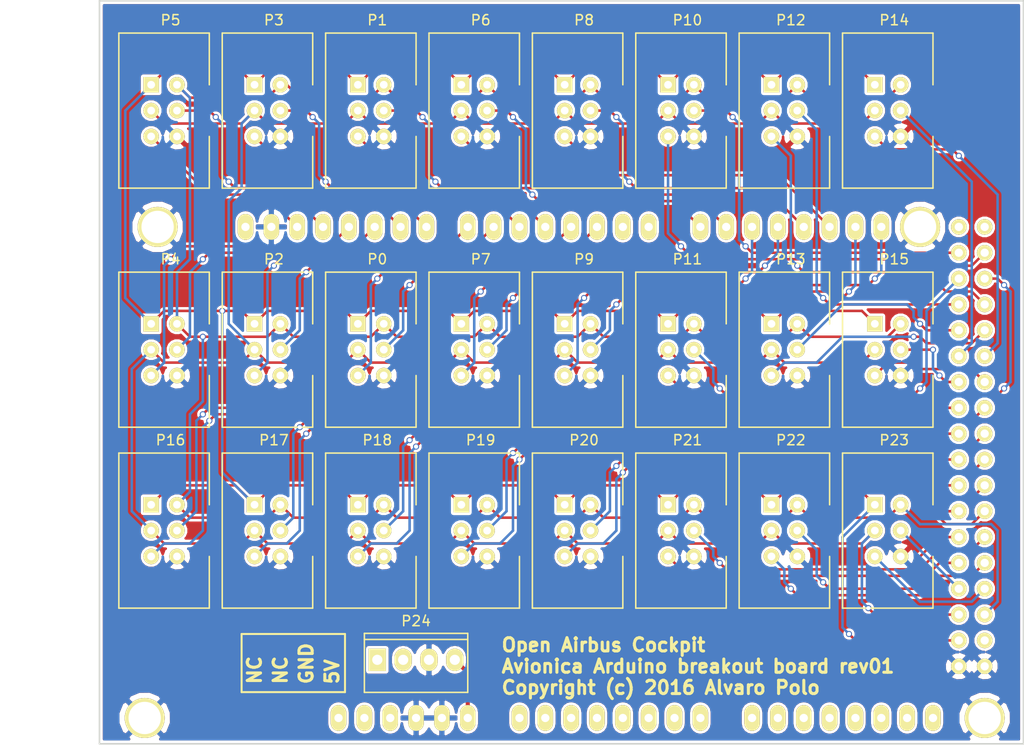
<source format=kicad_pcb>
(kicad_pcb (version 4) (host pcbnew 4.0.1-stable)
  (title_block (title "Avionica Arduino breakout board") (date 2016-02-22) (rev 02) (company "Open Airbus Cockpit"))
  (layers (0 F.Cu signal) (31 B.Cu signal) (34 B.Paste user) (35 F.Paste user) (36 B.SilkS user) (37 F.SilkS user) (38 B.Mask user) (39 F.Mask user) (44 Edge.Cuts user))
  (net 0 "")
  (net 1 SCK)
  (net 2 MOSI)
  (net 3 MISO)
  (net 4 DEV0_SS)
  (net 5 DEV0_SR)
  (net 6 GND)
  (net 7 DEV6_SS)
  (net 8 DEV6_SR)
  (net 9 DEV12_SS)
  (net 10 DEV12_SR)
  (net 11 DEV18_SS)
  (net 12 DEV18_SR)
  (net 13 DEV1_SS)
  (net 14 DEV1_SR)
  (net 15 DEV7_SS)
  (net 16 DEV7_SR)
  (net 17 DEV13_SS)
  (net 18 DEV13_SR)
  (net 19 DEV19_SS)
  (net 20 DEV19_SR)
  (net 21 DEV2_SS)
  (net 22 DEV2_SR)
  (net 23 DEV8_SS)
  (net 24 DEV8_SR)
  (net 25 DEV14_SS)
  (net 26 DEV14_SR)
  (net 27 DEV20_SS)
  (net 28 DEV20_SR)
  (net 29 DEV3_SS)
  (net 30 DEV3_SR)
  (net 31 DEV9_SS)
  (net 32 DEV9_SR)
  (net 33 DEV15_SS)
  (net 34 DEV15_SR)
  (net 35 DEV21_SS)
  (net 36 DEV21_SR)
  (net 37 DEV4_SS)
  (net 38 DEV4_SR)
  (net 39 DEV10_SS)
  (net 40 DEV10_SR)
  (net 41 DEV16_SS)
  (net 42 DEV16_SR)
  (net 43 DEV22_SS)
  (net 44 DEV22_SR)
  (net 45 DEV5_SS)
  (net 46 DEV5_SR)
  (net 47 DEV11_SS)
  (net 48 DEV11_SR)
  (net 49 DEV17_SS)
  (net 50 DEV17_SR)
  (net 51 DEV23_SS)
  (net 52 DEV23_SR)
  (net 53 VCC)
  (net 54 "Net-(SHIELD1-PadAD15)")
  (net 55 "Net-(SHIELD1-PadAD14)")
  (net 56 "Net-(SHIELD1-PadAD13)")
  (net 57 "Net-(SHIELD1-PadAD12)")
  (net 58 "Net-(SHIELD1-PadAD8)")
  (net 59 "Net-(SHIELD1-PadAD7)")
  (net 60 "Net-(SHIELD1-PadAD6)")
  (net 61 "Net-(SHIELD1-PadAD9)")
  (net 62 "Net-(SHIELD1-PadAD10)")
  (net 63 "Net-(SHIELD1-PadAD11)")
  (net 64 "Net-(SHIELD1-PadAD5)")
  (net 65 "Net-(SHIELD1-PadAD4)")
  (net 66 "Net-(SHIELD1-PadAD3)")
  (net 67 "Net-(SHIELD1-PadAD0)")
  (net 68 "Net-(SHIELD1-PadAD1)")
  (net 69 "Net-(SHIELD1-PadAD2)")
  (net 70 "Net-(SHIELD1-Pad3V3)")
  (net 71 "Net-(SHIELD1-PadRST)")
  (net 72 "Net-(SHIELD1-Pad0)")
  (net 73 "Net-(SHIELD1-Pad1)")
  (net 74 "Net-(SHIELD1-PadAREF)")
  (net 75 "Net-(SHIELD1-Pad5V)")
  (net 76 "Net-(SHIELD1-Pad5V_4)")
  (net 77 "Net-(SHIELD1-Pad5V_5)")
  (net 78 "Net-(SHIELD1-Pad53)")
  (net 79 "Net-(P24-Pad1)")
  (net 80 "Net-(P24-Pad2)")
  (module oac-conn:kf2510-4p (layer F.Cu) (at 132.715 118.11)
    (fp_text reference P24 (at 0 -3.81) (layer F.SilkS))
    (fp_text value CONN_01X04)
    (pad 1 thru_hole rect (at -3.81 0) (size 1.7 2.2) (drill 1) (layers *.Cu *.Mask F.SilkS) (net 79 "Net-(P24-Pad1)"))
    (pad 2 thru_hole oval (at -1.27 0) (size 1.7 2.2) (drill 1) (layers *.Cu *.Mask F.SilkS) (net 80 "Net-(P24-Pad2)"))
    (pad 3 thru_hole oval (at 1.27 0) (size 1.7 2.2) (drill 1) (layers *.Cu *.Mask F.SilkS) (net 6 GND))
    (pad 4 thru_hole oval (at 3.81 0) (size 1.7 2.2) (drill 1) (layers *.Cu *.Mask F.SilkS) (net 53 VCC))
  )
  (module oac-conn:arduino-mega-shield (layer F.Cu) (at 92.075 126.365)
    (fp_text reference SHIELD1 hide)
    (fp_text value ARDUINO_MEGA_SHIELD hide)
    (pad 14 thru_hole oval (at 68.58 -50.8 90) (size 2.54 1.524) (drill 0.8128) (layers *.Cu *.Mask F.SilkS) (net 7 DEV6_SS))
    (pad 15 thru_hole oval (at 71.12 -50.8 90) (size 2.54 1.524) (drill 0.8128) (layers *.Cu *.Mask F.SilkS) (net 8 DEV6_SR))
    (pad 16 thru_hole oval (at 73.66 -50.8 90) (size 2.54 1.524) (drill 0.8128) (layers *.Cu *.Mask F.SilkS) (net 15 DEV7_SS))
    (pad 17 thru_hole oval (at 76.2 -50.8 90) (size 2.54 1.524) (drill 0.8128) (layers *.Cu *.Mask F.SilkS) (net 16 DEV7_SR))
    (pad 18 thru_hole oval (at 78.74 -50.8 90) (size 2.54 1.524) (drill 0.8128) (layers *.Cu *.Mask F.SilkS) (net 23 DEV8_SS))
    (pad 19 thru_hole oval (at 81.28 -50.8 90) (size 2.54 1.524) (drill 0.8128) (layers *.Cu *.Mask F.SilkS) (net 24 DEV8_SR))
    (pad 20 thru_hole oval (at 83.82 -50.8 90) (size 2.54 1.524) (drill 0.8128) (layers *.Cu *.Mask F.SilkS) (net 31 DEV9_SS))
    (pad 21 thru_hole oval (at 86.36 -50.8 90) (size 2.54 1.524) (drill 0.8128) (layers *.Cu *.Mask F.SilkS) (net 32 DEV9_SR))
    (pad AD15 thru_hole oval (at 91.44 -2.54 90) (size 2.54 1.524) (drill 0.8128) (layers *.Cu *.Mask F.SilkS) (net 54 "Net-(SHIELD1-PadAD15)"))
    (pad AD14 thru_hole oval (at 88.9 -2.54 90) (size 2.54 1.524) (drill 0.8128) (layers *.Cu *.Mask F.SilkS) (net 55 "Net-(SHIELD1-PadAD14)"))
    (pad AD13 thru_hole oval (at 86.36 -2.54 90) (size 2.54 1.524) (drill 0.8128) (layers *.Cu *.Mask F.SilkS) (net 56 "Net-(SHIELD1-PadAD13)"))
    (pad AD12 thru_hole oval (at 83.82 -2.54 90) (size 2.54 1.524) (drill 0.8128) (layers *.Cu *.Mask F.SilkS) (net 57 "Net-(SHIELD1-PadAD12)"))
    (pad AD8 thru_hole oval (at 73.66 -2.54 90) (size 2.54 1.524) (drill 0.8128) (layers *.Cu *.Mask F.SilkS) (net 58 "Net-(SHIELD1-PadAD8)"))
    (pad AD7 thru_hole oval (at 68.58 -2.54 90) (size 2.54 1.524) (drill 0.8128) (layers *.Cu *.Mask F.SilkS) (net 59 "Net-(SHIELD1-PadAD7)"))
    (pad AD6 thru_hole oval (at 66.04 -2.54 90) (size 2.54 1.524) (drill 0.8128) (layers *.Cu *.Mask F.SilkS) (net 60 "Net-(SHIELD1-PadAD6)"))
    (pad AD9 thru_hole oval (at 76.2 -2.54 90) (size 2.54 1.524) (drill 0.8128) (layers *.Cu *.Mask F.SilkS) (net 61 "Net-(SHIELD1-PadAD9)"))
    (pad AD10 thru_hole oval (at 78.74 -2.54 90) (size 2.54 1.524) (drill 0.8128) (layers *.Cu *.Mask F.SilkS) (net 62 "Net-(SHIELD1-PadAD10)"))
    (pad AD11 thru_hole oval (at 81.28 -2.54 90) (size 2.54 1.524) (drill 0.8128) (layers *.Cu *.Mask F.SilkS) (net 63 "Net-(SHIELD1-PadAD11)"))
    (pad AD5 thru_hole oval (at 63.5 -2.54 90) (size 2.54 1.524) (drill 0.8128) (layers *.Cu *.Mask F.SilkS) (net 64 "Net-(SHIELD1-PadAD5)"))
    (pad AD4 thru_hole oval (at 60.96 -2.54 90) (size 2.54 1.524) (drill 0.8128) (layers *.Cu *.Mask F.SilkS) (net 65 "Net-(SHIELD1-PadAD4)"))
    (pad AD3 thru_hole oval (at 58.42 -2.54 90) (size 2.54 1.524) (drill 0.8128) (layers *.Cu *.Mask F.SilkS) (net 66 "Net-(SHIELD1-PadAD3)"))
    (pad AD0 thru_hole oval (at 50.8 -2.54 90) (size 2.54 1.524) (drill 0.8128) (layers *.Cu *.Mask F.SilkS) (net 67 "Net-(SHIELD1-PadAD0)"))
    (pad AD1 thru_hole oval (at 53.34 -2.54 90) (size 2.54 1.524) (drill 0.8128) (layers *.Cu *.Mask F.SilkS) (net 68 "Net-(SHIELD1-PadAD1)"))
    (pad AD2 thru_hole oval (at 55.88 -2.54 90) (size 2.54 1.524) (drill 0.8128) (layers *.Cu *.Mask F.SilkS) (net 69 "Net-(SHIELD1-PadAD2)"))
    (pad V_IN thru_hole oval (at 45.72 -2.54 90) (size 2.54 1.524) (drill 0.8128) (layers *.Cu *.Mask F.SilkS) (net 53 VCC))
    (pad GND2 thru_hole oval (at 43.18 -2.54 90) (size 2.54 1.524) (drill 0.8128) (layers *.Cu *.Mask F.SilkS) (net 6 GND))
    (pad GND1 thru_hole oval (at 40.64 -2.54 90) (size 2.54 1.524) (drill 0.8128) (layers *.Cu *.Mask F.SilkS) (net 6 GND))
    (pad 3V3 thru_hole oval (at 35.56 -2.54 90) (size 2.54 1.524) (drill 0.8128) (layers *.Cu *.Mask F.SilkS) (net 70 "Net-(SHIELD1-Pad3V3)"))
    (pad RST thru_hole oval (at 33.02 -2.54 90) (size 2.54 1.524) (drill 0.8128) (layers *.Cu *.Mask F.SilkS) (net 71 "Net-(SHIELD1-PadRST)"))
    (pad 0 thru_hole oval (at 63.5 -50.8 90) (size 2.54 1.524) (drill 0.8128) (layers *.Cu *.Mask F.SilkS) (net 72 "Net-(SHIELD1-Pad0)"))
    (pad 1 thru_hole oval (at 60.96 -50.8 90) (size 2.54 1.524) (drill 0.8128) (layers *.Cu *.Mask F.SilkS) (net 73 "Net-(SHIELD1-Pad1)"))
    (pad 2 thru_hole oval (at 58.42 -50.8 90) (size 2.54 1.524) (drill 0.8128) (layers *.Cu *.Mask F.SilkS) (net 4 DEV0_SS))
    (pad 3 thru_hole oval (at 55.88 -50.8 90) (size 2.54 1.524) (drill 0.8128) (layers *.Cu *.Mask F.SilkS) (net 5 DEV0_SR))
    (pad 4 thru_hole oval (at 53.34 -50.8 90) (size 2.54 1.524) (drill 0.8128) (layers *.Cu *.Mask F.SilkS) (net 13 DEV1_SS))
    (pad 5 thru_hole oval (at 50.8 -50.8 90) (size 2.54 1.524) (drill 0.8128) (layers *.Cu *.Mask F.SilkS) (net 14 DEV1_SR))
    (pad 6 thru_hole oval (at 48.26 -50.8 90) (size 2.54 1.524) (drill 0.8128) (layers *.Cu *.Mask F.SilkS) (net 21 DEV2_SS))
    (pad 7 thru_hole oval (at 45.72 -50.8 90) (size 2.54 1.524) (drill 0.8128) (layers *.Cu *.Mask F.SilkS) (net 22 DEV2_SR))
    (pad 8 thru_hole oval (at 41.656 -50.8 90) (size 2.54 1.524) (drill 0.8128) (layers *.Cu *.Mask F.SilkS) (net 29 DEV3_SS))
    (pad 9 thru_hole oval (at 39.116 -50.8 90) (size 2.54 1.524) (drill 0.8128) (layers *.Cu *.Mask F.SilkS) (net 30 DEV3_SR))
    (pad 10 thru_hole oval (at 36.576 -50.8 90) (size 2.54 1.524) (drill 0.8128) (layers *.Cu *.Mask F.SilkS) (net 37 DEV4_SS))
    (pad 11 thru_hole oval (at 34.036 -50.8 90) (size 2.54 1.524) (drill 0.8128) (layers *.Cu *.Mask F.SilkS) (net 38 DEV4_SR))
    (pad 12 thru_hole oval (at 31.496 -50.8 90) (size 2.54 1.524) (drill 0.8128) (layers *.Cu *.Mask F.SilkS) (net 45 DEV5_SS))
    (pad 13 thru_hole oval (at 28.956 -50.8 90) (size 2.54 1.524) (drill 0.8128) (layers *.Cu *.Mask F.SilkS) (net 46 DEV5_SR))
    (pad GND3 thru_hole oval (at 26.416 -50.8 90) (size 2.54 1.524) (drill 0.8128) (layers *.Cu *.Mask F.SilkS) (net 6 GND))
    (pad AREF thru_hole oval (at 23.876 -50.8 90) (size 2.54 1.524) (drill 0.8128) (layers *.Cu *.Mask F.SilkS) (net 74 "Net-(SHIELD1-PadAREF)"))
    (pad 5V thru_hole oval (at 38.1 -2.54 90) (size 2.54 1.524) (drill 0.8128) (layers *.Cu *.Mask F.SilkS) (net 75 "Net-(SHIELD1-Pad5V)"))
    (pad GND1 thru_hole circle (at 96.52 -2.54 90) (size 3.937 3.937) (drill 3.175) (layers *.Cu *.Mask F.SilkS) (net 6 GND))
    (pad GND1 thru_hole circle (at 90.17 -50.8 90) (size 3.937 3.937) (drill 3.175) (layers *.Cu *.Mask F.SilkS) (net 6 GND))
    (pad GND1 thru_hole circle (at 15.24 -50.8 90) (size 3.937 3.937) (drill 3.175) (layers *.Cu *.Mask F.SilkS) (net 6 GND))
    (pad GND1 thru_hole circle (at 13.97 -2.54 90) (size 3.937 3.937) (drill 3.175) (layers *.Cu *.Mask F.SilkS) (net 6 GND))
    (pad 22 thru_hole circle (at 93.98 -48.26) (size 1.524 1.524) (drill 0.8128) (layers *.Cu *.Mask F.SilkS) (net 39 DEV10_SS))
    (pad 23 thru_hole circle (at 96.52 -48.26) (size 1.524 1.524) (drill 0.8128) (layers *.Cu *.Mask F.SilkS) (net 40 DEV10_SR))
    (pad 24 thru_hole circle (at 93.98 -45.72) (size 1.524 1.524) (drill 0.8128) (layers *.Cu *.Mask F.SilkS) (net 47 DEV11_SS))
    (pad 25 thru_hole circle (at 96.52 -45.72) (size 1.524 1.524) (drill 0.8128) (layers *.Cu *.Mask F.SilkS) (net 48 DEV11_SR))
    (pad 26 thru_hole circle (at 93.98 -43.18) (size 1.524 1.524) (drill 0.8128) (layers *.Cu *.Mask F.SilkS) (net 9 DEV12_SS))
    (pad 27 thru_hole circle (at 96.52 -43.18) (size 1.524 1.524) (drill 0.8128) (layers *.Cu *.Mask F.SilkS) (net 10 DEV12_SR))
    (pad 28 thru_hole circle (at 93.98 -40.64) (size 1.524 1.524) (drill 0.8128) (layers *.Cu *.Mask F.SilkS) (net 17 DEV13_SS))
    (pad 29 thru_hole circle (at 96.52 -40.64) (size 1.524 1.524) (drill 0.8128) (layers *.Cu *.Mask F.SilkS) (net 18 DEV13_SR))
    (pad 5V_4 thru_hole circle (at 93.98 -50.8) (size 1.524 1.524) (drill 0.8128) (layers *.Cu *.Mask F.SilkS) (net 76 "Net-(SHIELD1-Pad5V_4)"))
    (pad 5V_5 thru_hole circle (at 96.52 -50.8) (size 1.524 1.524) (drill 0.8128) (layers *.Cu *.Mask F.SilkS) (net 77 "Net-(SHIELD1-Pad5V_5)"))
    (pad 31 thru_hole circle (at 96.52 -38.1) (size 1.524 1.524) (drill 0.8128) (layers *.Cu *.Mask F.SilkS) (net 26 DEV14_SR))
    (pad 30 thru_hole circle (at 93.98 -38.1) (size 1.524 1.524) (drill 0.8128) (layers *.Cu *.Mask F.SilkS) (net 25 DEV14_SS))
    (pad 32 thru_hole circle (at 93.98 -35.56) (size 1.524 1.524) (drill 0.8128) (layers *.Cu *.Mask F.SilkS) (net 33 DEV15_SS))
    (pad 33 thru_hole circle (at 96.52 -35.56) (size 1.524 1.524) (drill 0.8128) (layers *.Cu *.Mask F.SilkS) (net 34 DEV15_SR))
    (pad 34 thru_hole circle (at 93.98 -33.02) (size 1.524 1.524) (drill 0.8128) (layers *.Cu *.Mask F.SilkS) (net 41 DEV16_SS))
    (pad 35 thru_hole circle (at 96.52 -33.02) (size 1.524 1.524) (drill 0.8128) (layers *.Cu *.Mask F.SilkS) (net 42 DEV16_SR))
    (pad 36 thru_hole circle (at 93.98 -30.48) (size 1.524 1.524) (drill 0.8128) (layers *.Cu *.Mask F.SilkS) (net 49 DEV17_SS))
    (pad 37 thru_hole circle (at 96.52 -30.48) (size 1.524 1.524) (drill 0.8128) (layers *.Cu *.Mask F.SilkS) (net 50 DEV17_SR))
    (pad 38 thru_hole circle (at 93.98 -27.94) (size 1.524 1.524) (drill 0.8128) (layers *.Cu *.Mask F.SilkS) (net 11 DEV18_SS))
    (pad 39 thru_hole circle (at 96.52 -27.94) (size 1.524 1.524) (drill 0.8128) (layers *.Cu *.Mask F.SilkS) (net 12 DEV18_SR))
    (pad 40 thru_hole circle (at 93.98 -25.4) (size 1.524 1.524) (drill 0.8128) (layers *.Cu *.Mask F.SilkS) (net 19 DEV19_SS))
    (pad 41 thru_hole circle (at 96.52 -25.4) (size 1.524 1.524) (drill 0.8128) (layers *.Cu *.Mask F.SilkS) (net 20 DEV19_SR))
    (pad 42 thru_hole circle (at 93.98 -22.86) (size 1.524 1.524) (drill 0.8128) (layers *.Cu *.Mask F.SilkS) (net 27 DEV20_SS))
    (pad 43 thru_hole circle (at 96.52 -22.86) (size 1.524 1.524) (drill 0.8128) (layers *.Cu *.Mask F.SilkS) (net 28 DEV20_SR))
    (pad 44 thru_hole circle (at 93.98 -20.32) (size 1.524 1.524) (drill 0.8128) (layers *.Cu *.Mask F.SilkS) (net 35 DEV21_SS))
    (pad 45 thru_hole circle (at 96.52 -20.32) (size 1.524 1.524) (drill 0.8128) (layers *.Cu *.Mask F.SilkS) (net 36 DEV21_SR))
    (pad 46 thru_hole circle (at 93.98 -17.78) (size 1.524 1.524) (drill 0.8128) (layers *.Cu *.Mask F.SilkS) (net 43 DEV22_SS))
    (pad 47 thru_hole circle (at 96.52 -17.78) (size 1.524 1.524) (drill 0.8128) (layers *.Cu *.Mask F.SilkS) (net 44 DEV22_SR))
    (pad 48 thru_hole circle (at 93.98 -15.24) (size 1.524 1.524) (drill 0.8128) (layers *.Cu *.Mask F.SilkS) (net 51 DEV23_SS))
    (pad 49 thru_hole circle (at 96.52 -15.24) (size 1.524 1.524) (drill 0.8128) (layers *.Cu *.Mask F.SilkS) (net 52 DEV23_SR))
    (pad 50 thru_hole circle (at 93.98 -12.7) (size 1.524 1.524) (drill 0.8128) (layers *.Cu *.Mask F.SilkS) (net 3 MISO))
    (pad 51 thru_hole circle (at 96.52 -12.7) (size 1.524 1.524) (drill 0.8128) (layers *.Cu *.Mask F.SilkS) (net 2 MOSI))
    (pad 52 thru_hole circle (at 93.98 -10.16) (size 1.524 1.524) (drill 0.8128) (layers *.Cu *.Mask F.SilkS) (net 1 SCK))
    (pad 53 thru_hole circle (at 96.52 -10.16) (size 1.524 1.524) (drill 0.8128) (layers *.Cu *.Mask F.SilkS) (net 78 "Net-(SHIELD1-Pad53)"))
    (pad GND4 thru_hole circle (at 93.98 -7.62) (size 1.524 1.524) (drill 0.8128) (layers *.Cu *.Mask F.SilkS) (net 6 GND))
    (pad GND5 thru_hole circle (at 96.52 -7.62) (size 1.524 1.524) (drill 0.8128) (layers *.Cu *.Mask F.SilkS) (net 6 GND))
  )
  (module oac-conn:idc-6p (layer F.Cu) (at 127 85.09)
    (fp_text reference P0 (at 1.905 -6.35) (layer F.SilkS))
    (fp_text value CONN_01X06)
    (pad 1 thru_hole rect (at 0 0) (size 1.524 1.524) (drill 0.762) (layers *.Cu *.Mask F.SilkS) (net 1 SCK))
    (pad 2 thru_hole circle (at 2.54 0) (size 1.524 1.524) (drill 0.762) (layers *.Cu *.Mask F.SilkS) (net 2 MOSI))
    (pad 3 thru_hole circle (at 0 2.54) (size 1.524 1.524) (drill 0.762) (layers *.Cu *.Mask F.SilkS) (net 3 MISO))
    (pad 4 thru_hole circle (at 2.54 2.54) (size 1.524 1.524) (drill 0.762) (layers *.Cu *.Mask F.SilkS) (net 4 DEV0_SS))
    (pad 5 thru_hole circle (at 0 5.08) (size 1.524 1.524) (drill 0.762) (layers *.Cu *.Mask F.SilkS) (net 5 DEV0_SR))
    (pad 6 thru_hole circle (at 2.54 5.08) (size 1.524 1.524) (drill 0.762) (layers *.Cu *.Mask F.SilkS) (net 6 GND))
  )
  (module oac-conn:idc-6p (layer F.Cu) (at 177.8 102.87)
    (fp_text reference P23 (at 1.905 -6.35) (layer F.SilkS))
    (fp_text value CONN_01X06)
    (pad 1 thru_hole rect (at 0 0) (size 1.524 1.524) (drill 0.762) (layers *.Cu *.Mask F.SilkS) (net 1 SCK))
    (pad 2 thru_hole circle (at 2.54 0) (size 1.524 1.524) (drill 0.762) (layers *.Cu *.Mask F.SilkS) (net 2 MOSI))
    (pad 3 thru_hole circle (at 0 2.54) (size 1.524 1.524) (drill 0.762) (layers *.Cu *.Mask F.SilkS) (net 3 MISO))
    (pad 4 thru_hole circle (at 2.54 2.54) (size 1.524 1.524) (drill 0.762) (layers *.Cu *.Mask F.SilkS) (net 51 DEV23_SS))
    (pad 5 thru_hole circle (at 0 5.08) (size 1.524 1.524) (drill 0.762) (layers *.Cu *.Mask F.SilkS) (net 52 DEV23_SR))
    (pad 6 thru_hole circle (at 2.54 5.08) (size 1.524 1.524) (drill 0.762) (layers *.Cu *.Mask F.SilkS) (net 6 GND))
  )
  (module oac-conn:idc-6p (layer F.Cu) (at 167.64 102.87)
    (fp_text reference P22 (at 1.905 -6.35) (layer F.SilkS))
    (fp_text value CONN_01X06)
    (pad 1 thru_hole rect (at 0 0) (size 1.524 1.524) (drill 0.762) (layers *.Cu *.Mask F.SilkS) (net 1 SCK))
    (pad 2 thru_hole circle (at 2.54 0) (size 1.524 1.524) (drill 0.762) (layers *.Cu *.Mask F.SilkS) (net 2 MOSI))
    (pad 3 thru_hole circle (at 0 2.54) (size 1.524 1.524) (drill 0.762) (layers *.Cu *.Mask F.SilkS) (net 3 MISO))
    (pad 4 thru_hole circle (at 2.54 2.54) (size 1.524 1.524) (drill 0.762) (layers *.Cu *.Mask F.SilkS) (net 43 DEV22_SS))
    (pad 5 thru_hole circle (at 0 5.08) (size 1.524 1.524) (drill 0.762) (layers *.Cu *.Mask F.SilkS) (net 44 DEV22_SR))
    (pad 6 thru_hole circle (at 2.54 5.08) (size 1.524 1.524) (drill 0.762) (layers *.Cu *.Mask F.SilkS) (net 6 GND))
  )
  (module oac-conn:idc-6p (layer F.Cu) (at 157.48 102.87)
    (fp_text reference P21 (at 1.905 -6.35) (layer F.SilkS))
    (fp_text value CONN_01X06)
    (pad 1 thru_hole rect (at 0 0) (size 1.524 1.524) (drill 0.762) (layers *.Cu *.Mask F.SilkS) (net 1 SCK))
    (pad 2 thru_hole circle (at 2.54 0) (size 1.524 1.524) (drill 0.762) (layers *.Cu *.Mask F.SilkS) (net 2 MOSI))
    (pad 3 thru_hole circle (at 0 2.54) (size 1.524 1.524) (drill 0.762) (layers *.Cu *.Mask F.SilkS) (net 3 MISO))
    (pad 4 thru_hole circle (at 2.54 2.54) (size 1.524 1.524) (drill 0.762) (layers *.Cu *.Mask F.SilkS) (net 35 DEV21_SS))
    (pad 5 thru_hole circle (at 0 5.08) (size 1.524 1.524) (drill 0.762) (layers *.Cu *.Mask F.SilkS) (net 36 DEV21_SR))
    (pad 6 thru_hole circle (at 2.54 5.08) (size 1.524 1.524) (drill 0.762) (layers *.Cu *.Mask F.SilkS) (net 6 GND))
  )
  (module oac-conn:idc-6p (layer F.Cu) (at 147.32 102.87)
    (fp_text reference P20 (at 1.905 -6.35) (layer F.SilkS))
    (fp_text value CONN_01X06)
    (pad 1 thru_hole rect (at 0 0) (size 1.524 1.524) (drill 0.762) (layers *.Cu *.Mask F.SilkS) (net 1 SCK))
    (pad 2 thru_hole circle (at 2.54 0) (size 1.524 1.524) (drill 0.762) (layers *.Cu *.Mask F.SilkS) (net 2 MOSI))
    (pad 3 thru_hole circle (at 0 2.54) (size 1.524 1.524) (drill 0.762) (layers *.Cu *.Mask F.SilkS) (net 3 MISO))
    (pad 4 thru_hole circle (at 2.54 2.54) (size 1.524 1.524) (drill 0.762) (layers *.Cu *.Mask F.SilkS) (net 27 DEV20_SS))
    (pad 5 thru_hole circle (at 0 5.08) (size 1.524 1.524) (drill 0.762) (layers *.Cu *.Mask F.SilkS) (net 28 DEV20_SR))
    (pad 6 thru_hole circle (at 2.54 5.08) (size 1.524 1.524) (drill 0.762) (layers *.Cu *.Mask F.SilkS) (net 6 GND))
  )
  (module oac-conn:idc-6p (layer F.Cu) (at 137.16 102.87)
    (fp_text reference P19 (at 1.905 -6.35) (layer F.SilkS))
    (fp_text value CONN_01X06)
    (pad 1 thru_hole rect (at 0 0) (size 1.524 1.524) (drill 0.762) (layers *.Cu *.Mask F.SilkS) (net 1 SCK))
    (pad 2 thru_hole circle (at 2.54 0) (size 1.524 1.524) (drill 0.762) (layers *.Cu *.Mask F.SilkS) (net 2 MOSI))
    (pad 3 thru_hole circle (at 0 2.54) (size 1.524 1.524) (drill 0.762) (layers *.Cu *.Mask F.SilkS) (net 3 MISO))
    (pad 4 thru_hole circle (at 2.54 2.54) (size 1.524 1.524) (drill 0.762) (layers *.Cu *.Mask F.SilkS) (net 19 DEV19_SS))
    (pad 5 thru_hole circle (at 0 5.08) (size 1.524 1.524) (drill 0.762) (layers *.Cu *.Mask F.SilkS) (net 20 DEV19_SR))
    (pad 6 thru_hole circle (at 2.54 5.08) (size 1.524 1.524) (drill 0.762) (layers *.Cu *.Mask F.SilkS) (net 6 GND))
  )
  (module oac-conn:idc-6p (layer F.Cu) (at 127 102.87)
    (fp_text reference P18 (at 1.905 -6.35) (layer F.SilkS))
    (fp_text value CONN_01X06)
    (pad 1 thru_hole rect (at 0 0) (size 1.524 1.524) (drill 0.762) (layers *.Cu *.Mask F.SilkS) (net 1 SCK))
    (pad 2 thru_hole circle (at 2.54 0) (size 1.524 1.524) (drill 0.762) (layers *.Cu *.Mask F.SilkS) (net 2 MOSI))
    (pad 3 thru_hole circle (at 0 2.54) (size 1.524 1.524) (drill 0.762) (layers *.Cu *.Mask F.SilkS) (net 3 MISO))
    (pad 4 thru_hole circle (at 2.54 2.54) (size 1.524 1.524) (drill 0.762) (layers *.Cu *.Mask F.SilkS) (net 11 DEV18_SS))
    (pad 5 thru_hole circle (at 0 5.08) (size 1.524 1.524) (drill 0.762) (layers *.Cu *.Mask F.SilkS) (net 12 DEV18_SR))
    (pad 6 thru_hole circle (at 2.54 5.08) (size 1.524 1.524) (drill 0.762) (layers *.Cu *.Mask F.SilkS) (net 6 GND))
  )
  (module oac-conn:idc-6p (layer F.Cu) (at 116.84 102.87)
    (fp_text reference P17 (at 1.905 -6.35) (layer F.SilkS))
    (fp_text value CONN_01X06)
    (pad 1 thru_hole rect (at 0 0) (size 1.524 1.524) (drill 0.762) (layers *.Cu *.Mask F.SilkS) (net 1 SCK))
    (pad 2 thru_hole circle (at 2.54 0) (size 1.524 1.524) (drill 0.762) (layers *.Cu *.Mask F.SilkS) (net 2 MOSI))
    (pad 3 thru_hole circle (at 0 2.54) (size 1.524 1.524) (drill 0.762) (layers *.Cu *.Mask F.SilkS) (net 3 MISO))
    (pad 4 thru_hole circle (at 2.54 2.54) (size 1.524 1.524) (drill 0.762) (layers *.Cu *.Mask F.SilkS) (net 49 DEV17_SS))
    (pad 5 thru_hole circle (at 0 5.08) (size 1.524 1.524) (drill 0.762) (layers *.Cu *.Mask F.SilkS) (net 50 DEV17_SR))
    (pad 6 thru_hole circle (at 2.54 5.08) (size 1.524 1.524) (drill 0.762) (layers *.Cu *.Mask F.SilkS) (net 6 GND))
  )
  (module oac-conn:idc-6p (layer F.Cu) (at 106.68 102.87)
    (fp_text reference P16 (at 1.905 -6.35) (layer F.SilkS))
    (fp_text value CONN_01X06)
    (pad 1 thru_hole rect (at 0 0) (size 1.524 1.524) (drill 0.762) (layers *.Cu *.Mask F.SilkS) (net 1 SCK))
    (pad 2 thru_hole circle (at 2.54 0) (size 1.524 1.524) (drill 0.762) (layers *.Cu *.Mask F.SilkS) (net 2 MOSI))
    (pad 3 thru_hole circle (at 0 2.54) (size 1.524 1.524) (drill 0.762) (layers *.Cu *.Mask F.SilkS) (net 3 MISO))
    (pad 4 thru_hole circle (at 2.54 2.54) (size 1.524 1.524) (drill 0.762) (layers *.Cu *.Mask F.SilkS) (net 41 DEV16_SS))
    (pad 5 thru_hole circle (at 0 5.08) (size 1.524 1.524) (drill 0.762) (layers *.Cu *.Mask F.SilkS) (net 42 DEV16_SR))
    (pad 6 thru_hole circle (at 2.54 5.08) (size 1.524 1.524) (drill 0.762) (layers *.Cu *.Mask F.SilkS) (net 6 GND))
  )
  (module oac-conn:idc-6p (layer F.Cu) (at 177.8 85.09)
    (fp_text reference P15 (at 1.905 -6.35) (layer F.SilkS))
    (fp_text value CONN_01X06)
    (pad 1 thru_hole rect (at 0 0) (size 1.524 1.524) (drill 0.762) (layers *.Cu *.Mask F.SilkS) (net 1 SCK))
    (pad 2 thru_hole circle (at 2.54 0) (size 1.524 1.524) (drill 0.762) (layers *.Cu *.Mask F.SilkS) (net 2 MOSI))
    (pad 3 thru_hole circle (at 0 2.54) (size 1.524 1.524) (drill 0.762) (layers *.Cu *.Mask F.SilkS) (net 3 MISO))
    (pad 4 thru_hole circle (at 2.54 2.54) (size 1.524 1.524) (drill 0.762) (layers *.Cu *.Mask F.SilkS) (net 33 DEV15_SS))
    (pad 5 thru_hole circle (at 0 5.08) (size 1.524 1.524) (drill 0.762) (layers *.Cu *.Mask F.SilkS) (net 34 DEV15_SR))
    (pad 6 thru_hole circle (at 2.54 5.08) (size 1.524 1.524) (drill 0.762) (layers *.Cu *.Mask F.SilkS) (net 6 GND))
  )
  (module oac-conn:idc-6p (layer F.Cu) (at 177.8 61.595)
    (fp_text reference P14 (at 1.905 -6.35) (layer F.SilkS))
    (fp_text value CONN_01X06)
    (pad 1 thru_hole rect (at 0 0) (size 1.524 1.524) (drill 0.762) (layers *.Cu *.Mask F.SilkS) (net 1 SCK))
    (pad 2 thru_hole circle (at 2.54 0) (size 1.524 1.524) (drill 0.762) (layers *.Cu *.Mask F.SilkS) (net 2 MOSI))
    (pad 3 thru_hole circle (at 0 2.54) (size 1.524 1.524) (drill 0.762) (layers *.Cu *.Mask F.SilkS) (net 3 MISO))
    (pad 4 thru_hole circle (at 2.54 2.54) (size 1.524 1.524) (drill 0.762) (layers *.Cu *.Mask F.SilkS) (net 25 DEV14_SS))
    (pad 5 thru_hole circle (at 0 5.08) (size 1.524 1.524) (drill 0.762) (layers *.Cu *.Mask F.SilkS) (net 26 DEV14_SR))
    (pad 6 thru_hole circle (at 2.54 5.08) (size 1.524 1.524) (drill 0.762) (layers *.Cu *.Mask F.SilkS) (net 6 GND))
  )
  (module oac-conn:idc-6p (layer F.Cu) (at 167.64 85.09)
    (fp_text reference P13 (at 1.905 -6.35) (layer F.SilkS))
    (fp_text value CONN_01X06)
    (pad 1 thru_hole rect (at 0 0) (size 1.524 1.524) (drill 0.762) (layers *.Cu *.Mask F.SilkS) (net 1 SCK))
    (pad 2 thru_hole circle (at 2.54 0) (size 1.524 1.524) (drill 0.762) (layers *.Cu *.Mask F.SilkS) (net 2 MOSI))
    (pad 3 thru_hole circle (at 0 2.54) (size 1.524 1.524) (drill 0.762) (layers *.Cu *.Mask F.SilkS) (net 3 MISO))
    (pad 4 thru_hole circle (at 2.54 2.54) (size 1.524 1.524) (drill 0.762) (layers *.Cu *.Mask F.SilkS) (net 17 DEV13_SS))
    (pad 5 thru_hole circle (at 0 5.08) (size 1.524 1.524) (drill 0.762) (layers *.Cu *.Mask F.SilkS) (net 18 DEV13_SR))
    (pad 6 thru_hole circle (at 2.54 5.08) (size 1.524 1.524) (drill 0.762) (layers *.Cu *.Mask F.SilkS) (net 6 GND))
  )
  (module oac-conn:idc-6p (layer F.Cu) (at 167.64 61.595)
    (fp_text reference P12 (at 1.905 -6.35) (layer F.SilkS))
    (fp_text value CONN_01X06)
    (pad 1 thru_hole rect (at 0 0) (size 1.524 1.524) (drill 0.762) (layers *.Cu *.Mask F.SilkS) (net 1 SCK))
    (pad 2 thru_hole circle (at 2.54 0) (size 1.524 1.524) (drill 0.762) (layers *.Cu *.Mask F.SilkS) (net 2 MOSI))
    (pad 3 thru_hole circle (at 0 2.54) (size 1.524 1.524) (drill 0.762) (layers *.Cu *.Mask F.SilkS) (net 3 MISO))
    (pad 4 thru_hole circle (at 2.54 2.54) (size 1.524 1.524) (drill 0.762) (layers *.Cu *.Mask F.SilkS) (net 9 DEV12_SS))
    (pad 5 thru_hole circle (at 0 5.08) (size 1.524 1.524) (drill 0.762) (layers *.Cu *.Mask F.SilkS) (net 10 DEV12_SR))
    (pad 6 thru_hole circle (at 2.54 5.08) (size 1.524 1.524) (drill 0.762) (layers *.Cu *.Mask F.SilkS) (net 6 GND))
  )
  (module oac-conn:idc-6p (layer F.Cu) (at 157.48 85.09)
    (fp_text reference P11 (at 1.905 -6.35) (layer F.SilkS))
    (fp_text value CONN_01X06)
    (pad 1 thru_hole rect (at 0 0) (size 1.524 1.524) (drill 0.762) (layers *.Cu *.Mask F.SilkS) (net 1 SCK))
    (pad 2 thru_hole circle (at 2.54 0) (size 1.524 1.524) (drill 0.762) (layers *.Cu *.Mask F.SilkS) (net 2 MOSI))
    (pad 3 thru_hole circle (at 0 2.54) (size 1.524 1.524) (drill 0.762) (layers *.Cu *.Mask F.SilkS) (net 3 MISO))
    (pad 4 thru_hole circle (at 2.54 2.54) (size 1.524 1.524) (drill 0.762) (layers *.Cu *.Mask F.SilkS) (net 47 DEV11_SS))
    (pad 5 thru_hole circle (at 0 5.08) (size 1.524 1.524) (drill 0.762) (layers *.Cu *.Mask F.SilkS) (net 48 DEV11_SR))
    (pad 6 thru_hole circle (at 2.54 5.08) (size 1.524 1.524) (drill 0.762) (layers *.Cu *.Mask F.SilkS) (net 6 GND))
  )
  (module oac-conn:idc-6p (layer F.Cu) (at 157.48 61.595)
    (fp_text reference P10 (at 1.905 -6.35) (layer F.SilkS))
    (fp_text value CONN_01X06)
    (pad 1 thru_hole rect (at 0 0) (size 1.524 1.524) (drill 0.762) (layers *.Cu *.Mask F.SilkS) (net 1 SCK))
    (pad 2 thru_hole circle (at 2.54 0) (size 1.524 1.524) (drill 0.762) (layers *.Cu *.Mask F.SilkS) (net 2 MOSI))
    (pad 3 thru_hole circle (at 0 2.54) (size 1.524 1.524) (drill 0.762) (layers *.Cu *.Mask F.SilkS) (net 3 MISO))
    (pad 4 thru_hole circle (at 2.54 2.54) (size 1.524 1.524) (drill 0.762) (layers *.Cu *.Mask F.SilkS) (net 39 DEV10_SS))
    (pad 5 thru_hole circle (at 0 5.08) (size 1.524 1.524) (drill 0.762) (layers *.Cu *.Mask F.SilkS) (net 40 DEV10_SR))
    (pad 6 thru_hole circle (at 2.54 5.08) (size 1.524 1.524) (drill 0.762) (layers *.Cu *.Mask F.SilkS) (net 6 GND))
  )
  (module oac-conn:idc-6p (layer F.Cu) (at 147.32 85.09)
    (fp_text reference P9 (at 1.905 -6.35) (layer F.SilkS))
    (fp_text value CONN_01X06)
    (pad 1 thru_hole rect (at 0 0) (size 1.524 1.524) (drill 0.762) (layers *.Cu *.Mask F.SilkS) (net 1 SCK))
    (pad 2 thru_hole circle (at 2.54 0) (size 1.524 1.524) (drill 0.762) (layers *.Cu *.Mask F.SilkS) (net 2 MOSI))
    (pad 3 thru_hole circle (at 0 2.54) (size 1.524 1.524) (drill 0.762) (layers *.Cu *.Mask F.SilkS) (net 3 MISO))
    (pad 4 thru_hole circle (at 2.54 2.54) (size 1.524 1.524) (drill 0.762) (layers *.Cu *.Mask F.SilkS) (net 31 DEV9_SS))
    (pad 5 thru_hole circle (at 0 5.08) (size 1.524 1.524) (drill 0.762) (layers *.Cu *.Mask F.SilkS) (net 32 DEV9_SR))
    (pad 6 thru_hole circle (at 2.54 5.08) (size 1.524 1.524) (drill 0.762) (layers *.Cu *.Mask F.SilkS) (net 6 GND))
  )
  (module oac-conn:idc-6p (layer F.Cu) (at 147.32 61.595)
    (fp_text reference P8 (at 1.905 -6.35) (layer F.SilkS))
    (fp_text value CONN_01X06)
    (pad 1 thru_hole rect (at 0 0) (size 1.524 1.524) (drill 0.762) (layers *.Cu *.Mask F.SilkS) (net 1 SCK))
    (pad 2 thru_hole circle (at 2.54 0) (size 1.524 1.524) (drill 0.762) (layers *.Cu *.Mask F.SilkS) (net 2 MOSI))
    (pad 3 thru_hole circle (at 0 2.54) (size 1.524 1.524) (drill 0.762) (layers *.Cu *.Mask F.SilkS) (net 3 MISO))
    (pad 4 thru_hole circle (at 2.54 2.54) (size 1.524 1.524) (drill 0.762) (layers *.Cu *.Mask F.SilkS) (net 23 DEV8_SS))
    (pad 5 thru_hole circle (at 0 5.08) (size 1.524 1.524) (drill 0.762) (layers *.Cu *.Mask F.SilkS) (net 24 DEV8_SR))
    (pad 6 thru_hole circle (at 2.54 5.08) (size 1.524 1.524) (drill 0.762) (layers *.Cu *.Mask F.SilkS) (net 6 GND))
  )
  (module oac-conn:idc-6p (layer F.Cu) (at 137.16 85.09)
    (fp_text reference P7 (at 1.905 -6.35) (layer F.SilkS))
    (fp_text value CONN_01X06)
    (pad 1 thru_hole rect (at 0 0) (size 1.524 1.524) (drill 0.762) (layers *.Cu *.Mask F.SilkS) (net 1 SCK))
    (pad 2 thru_hole circle (at 2.54 0) (size 1.524 1.524) (drill 0.762) (layers *.Cu *.Mask F.SilkS) (net 2 MOSI))
    (pad 3 thru_hole circle (at 0 2.54) (size 1.524 1.524) (drill 0.762) (layers *.Cu *.Mask F.SilkS) (net 3 MISO))
    (pad 4 thru_hole circle (at 2.54 2.54) (size 1.524 1.524) (drill 0.762) (layers *.Cu *.Mask F.SilkS) (net 15 DEV7_SS))
    (pad 5 thru_hole circle (at 0 5.08) (size 1.524 1.524) (drill 0.762) (layers *.Cu *.Mask F.SilkS) (net 16 DEV7_SR))
    (pad 6 thru_hole circle (at 2.54 5.08) (size 1.524 1.524) (drill 0.762) (layers *.Cu *.Mask F.SilkS) (net 6 GND))
  )
  (module oac-conn:idc-6p (layer F.Cu) (at 137.16 61.595)
    (fp_text reference P6 (at 1.905 -6.35) (layer F.SilkS))
    (fp_text value CONN_01X06)
    (pad 1 thru_hole rect (at 0 0) (size 1.524 1.524) (drill 0.762) (layers *.Cu *.Mask F.SilkS) (net 1 SCK))
    (pad 2 thru_hole circle (at 2.54 0) (size 1.524 1.524) (drill 0.762) (layers *.Cu *.Mask F.SilkS) (net 2 MOSI))
    (pad 3 thru_hole circle (at 0 2.54) (size 1.524 1.524) (drill 0.762) (layers *.Cu *.Mask F.SilkS) (net 3 MISO))
    (pad 4 thru_hole circle (at 2.54 2.54) (size 1.524 1.524) (drill 0.762) (layers *.Cu *.Mask F.SilkS) (net 7 DEV6_SS))
    (pad 5 thru_hole circle (at 0 5.08) (size 1.524 1.524) (drill 0.762) (layers *.Cu *.Mask F.SilkS) (net 8 DEV6_SR))
    (pad 6 thru_hole circle (at 2.54 5.08) (size 1.524 1.524) (drill 0.762) (layers *.Cu *.Mask F.SilkS) (net 6 GND))
  )
  (module oac-conn:idc-6p (layer F.Cu) (at 106.68 61.595)
    (fp_text reference P5 (at 1.905 -6.35) (layer F.SilkS))
    (fp_text value CONN_01X06)
    (pad 1 thru_hole rect (at 0 0) (size 1.524 1.524) (drill 0.762) (layers *.Cu *.Mask F.SilkS) (net 1 SCK))
    (pad 2 thru_hole circle (at 2.54 0) (size 1.524 1.524) (drill 0.762) (layers *.Cu *.Mask F.SilkS) (net 2 MOSI))
    (pad 3 thru_hole circle (at 0 2.54) (size 1.524 1.524) (drill 0.762) (layers *.Cu *.Mask F.SilkS) (net 3 MISO))
    (pad 4 thru_hole circle (at 2.54 2.54) (size 1.524 1.524) (drill 0.762) (layers *.Cu *.Mask F.SilkS) (net 45 DEV5_SS))
    (pad 5 thru_hole circle (at 0 5.08) (size 1.524 1.524) (drill 0.762) (layers *.Cu *.Mask F.SilkS) (net 46 DEV5_SR))
    (pad 6 thru_hole circle (at 2.54 5.08) (size 1.524 1.524) (drill 0.762) (layers *.Cu *.Mask F.SilkS) (net 6 GND))
  )
  (module oac-conn:idc-6p (layer F.Cu) (at 106.68 85.09)
    (fp_text reference P4 (at 1.905 -6.35) (layer F.SilkS))
    (fp_text value CONN_01X06)
    (pad 1 thru_hole rect (at 0 0) (size 1.524 1.524) (drill 0.762) (layers *.Cu *.Mask F.SilkS) (net 1 SCK))
    (pad 2 thru_hole circle (at 2.54 0) (size 1.524 1.524) (drill 0.762) (layers *.Cu *.Mask F.SilkS) (net 2 MOSI))
    (pad 3 thru_hole circle (at 0 2.54) (size 1.524 1.524) (drill 0.762) (layers *.Cu *.Mask F.SilkS) (net 3 MISO))
    (pad 4 thru_hole circle (at 2.54 2.54) (size 1.524 1.524) (drill 0.762) (layers *.Cu *.Mask F.SilkS) (net 37 DEV4_SS))
    (pad 5 thru_hole circle (at 0 5.08) (size 1.524 1.524) (drill 0.762) (layers *.Cu *.Mask F.SilkS) (net 38 DEV4_SR))
    (pad 6 thru_hole circle (at 2.54 5.08) (size 1.524 1.524) (drill 0.762) (layers *.Cu *.Mask F.SilkS) (net 6 GND))
  )
  (module oac-conn:idc-6p (layer F.Cu) (at 116.84 61.595)
    (fp_text reference P3 (at 1.905 -6.35) (layer F.SilkS))
    (fp_text value CONN_01X06)
    (pad 1 thru_hole rect (at 0 0) (size 1.524 1.524) (drill 0.762) (layers *.Cu *.Mask F.SilkS) (net 1 SCK))
    (pad 2 thru_hole circle (at 2.54 0) (size 1.524 1.524) (drill 0.762) (layers *.Cu *.Mask F.SilkS) (net 2 MOSI))
    (pad 3 thru_hole circle (at 0 2.54) (size 1.524 1.524) (drill 0.762) (layers *.Cu *.Mask F.SilkS) (net 3 MISO))
    (pad 4 thru_hole circle (at 2.54 2.54) (size 1.524 1.524) (drill 0.762) (layers *.Cu *.Mask F.SilkS) (net 29 DEV3_SS))
    (pad 5 thru_hole circle (at 0 5.08) (size 1.524 1.524) (drill 0.762) (layers *.Cu *.Mask F.SilkS) (net 30 DEV3_SR))
    (pad 6 thru_hole circle (at 2.54 5.08) (size 1.524 1.524) (drill 0.762) (layers *.Cu *.Mask F.SilkS) (net 6 GND))
  )
  (module oac-conn:idc-6p (layer F.Cu) (at 116.84 85.09)
    (fp_text reference P2 (at 1.905 -6.35) (layer F.SilkS))
    (fp_text value CONN_01X06)
    (pad 1 thru_hole rect (at 0 0) (size 1.524 1.524) (drill 0.762) (layers *.Cu *.Mask F.SilkS) (net 1 SCK))
    (pad 2 thru_hole circle (at 2.54 0) (size 1.524 1.524) (drill 0.762) (layers *.Cu *.Mask F.SilkS) (net 2 MOSI))
    (pad 3 thru_hole circle (at 0 2.54) (size 1.524 1.524) (drill 0.762) (layers *.Cu *.Mask F.SilkS) (net 3 MISO))
    (pad 4 thru_hole circle (at 2.54 2.54) (size 1.524 1.524) (drill 0.762) (layers *.Cu *.Mask F.SilkS) (net 21 DEV2_SS))
    (pad 5 thru_hole circle (at 0 5.08) (size 1.524 1.524) (drill 0.762) (layers *.Cu *.Mask F.SilkS) (net 22 DEV2_SR))
    (pad 6 thru_hole circle (at 2.54 5.08) (size 1.524 1.524) (drill 0.762) (layers *.Cu *.Mask F.SilkS) (net 6 GND))
  )
  (module oac-conn:idc-6p (layer F.Cu) (at 127 61.595)
    (fp_text reference P1 (at 1.905 -6.35) (layer F.SilkS))
    (fp_text value CONN_01X06)
    (pad 1 thru_hole rect (at 0 0) (size 1.524 1.524) (drill 0.762) (layers *.Cu *.Mask F.SilkS) (net 1 SCK))
    (pad 2 thru_hole circle (at 2.54 0) (size 1.524 1.524) (drill 0.762) (layers *.Cu *.Mask F.SilkS) (net 2 MOSI))
    (pad 3 thru_hole circle (at 0 2.54) (size 1.524 1.524) (drill 0.762) (layers *.Cu *.Mask F.SilkS) (net 3 MISO))
    (pad 4 thru_hole circle (at 2.54 2.54) (size 1.524 1.524) (drill 0.762) (layers *.Cu *.Mask F.SilkS) (net 13 DEV1_SS))
    (pad 5 thru_hole circle (at 0 5.08) (size 1.524 1.524) (drill 0.762) (layers *.Cu *.Mask F.SilkS) (net 14 DEV1_SR))
    (pad 6 thru_hole circle (at 2.54 5.08) (size 1.524 1.524) (drill 0.762) (layers *.Cu *.Mask F.SilkS) (net 6 GND))
  )
  (gr_text "Open Airbus Cockpit\nAvionica Arduino breakout board rev01\nCopyright (c) 2016 Alvaro Polo" (at 140.97 118.745) (layer F.SilkS) (effects (font (size 1.3 1.3) (thickness 0.3)) (justify left)))
  (gr_line (start 125.73 121.285) (end 115.57 121.285) (angle 90) (layer F.SilkS) (width 0.2))
  (gr_line (start 125.73 115.57) (end 125.73 121.285) (angle 90) (layer F.SilkS) (width 0.2))
  (gr_line (start 115.57 115.57) (end 125.73 115.57) (angle 90) (layer F.SilkS) (width 0.2))
  (gr_line (start 115.57 121.285) (end 115.57 115.57) (angle 90) (layer F.SilkS) (width 0.2))
  (gr_text NC (at 116.84 120.65 90) (layer F.SilkS) (effects (font (size 1.3 1.3) (thickness 0.3)) (justify left)))
  (gr_text NC (at 119.38 120.65 90) (layer F.SilkS) (effects (font (size 1.3 1.3) (thickness 0.3)) (justify left)))
  (gr_text GND (at 121.92 120.65 90) (layer F.SilkS) (effects (font (size 1.3 1.3) (thickness 0.3)) (justify left)))
  (gr_text 5V (at 124.46 120.65 90) (layer F.SilkS) (effects (font (size 1.3 1.3) (thickness 0.3)) (justify left)))
  (gr_line (start 192.405 126.365) (end 101.6 126.365) (angle 90) (layer Edge.Cuts) (width 0.15))
  (gr_line (start 192.405 53.34) (end 192.405 126.365) (angle 90) (layer Edge.Cuts) (width 0.15))
  (gr_line (start 190.5 53.34) (end 192.405 53.34) (angle 90) (layer Edge.Cuts) (width 0.15))
  (gr_line (start 101.6 53.34) (end 190.5 53.34) (angle 90) (layer Edge.Cuts) (width 0.15))
  (gr_line (start 101.6 126.365) (end 101.6 53.34) (angle 90) (layer Edge.Cuts) (width 0.15))
  (segment (start 177.8 102.87) (end 174.625 106.045) (width 0.25) (layer B.Cu) (net 1))
  (segment (start 175.895 116.205) (end 186.055 116.205) (width 0.25) (layer F.Cu) (net 1))
  (segment (start 175.26 115.57) (end 175.895 116.205) (width 0.25) (layer F.Cu) (net 1))
  (via (at 175.26 115.57) (size 0.6) (drill 0.4) (layers F.Cu B.Cu) (net 1))
  (segment (start 174.625 114.935) (end 175.26 115.57) (width 0.25) (layer B.Cu) (net 1))
  (segment (start 174.625 114.3) (end 174.625 114.935) (width 0.25) (layer B.Cu) (net 1))
  (segment (start 174.625 106.045) (end 174.625 114.3) (width 0.25) (layer B.Cu) (net 1))
  (segment (start 116.84 102.87) (end 113.665 99.695) (width 0.25) (layer B.Cu) (net 1))
  (via (at 113.665 83.82) (size 0.6) (drill 0.4) (layers F.Cu B.Cu) (net 1))
  (segment (start 113.665 99.695) (end 113.665 83.82) (width 0.25) (layer B.Cu) (net 1))
  (segment (start 167.64 102.87) (end 169.545 100.965) (width 0.25) (layer F.Cu) (net 1))
  (segment (start 175.895 100.965) (end 177.8 102.87) (width 0.25) (layer F.Cu) (net 1))
  (segment (start 169.545 100.965) (end 175.895 100.965) (width 0.25) (layer F.Cu) (net 1))
  (segment (start 157.48 102.87) (end 159.385 100.965) (width 0.25) (layer F.Cu) (net 1))
  (segment (start 165.735 100.965) (end 167.64 102.87) (width 0.25) (layer F.Cu) (net 1))
  (segment (start 159.385 100.965) (end 165.735 100.965) (width 0.25) (layer F.Cu) (net 1))
  (segment (start 147.32 102.87) (end 149.225 100.965) (width 0.25) (layer F.Cu) (net 1))
  (segment (start 155.575 100.965) (end 157.48 102.87) (width 0.25) (layer F.Cu) (net 1))
  (segment (start 149.225 100.965) (end 155.575 100.965) (width 0.25) (layer F.Cu) (net 1))
  (segment (start 137.16 102.87) (end 139.065 100.965) (width 0.25) (layer F.Cu) (net 1))
  (segment (start 145.415 100.965) (end 147.32 102.87) (width 0.25) (layer F.Cu) (net 1))
  (segment (start 139.065 100.965) (end 145.415 100.965) (width 0.25) (layer F.Cu) (net 1))
  (segment (start 127 102.87) (end 128.905 100.965) (width 0.25) (layer F.Cu) (net 1))
  (segment (start 135.255 100.965) (end 137.16 102.87) (width 0.25) (layer F.Cu) (net 1))
  (segment (start 128.905 100.965) (end 135.255 100.965) (width 0.25) (layer F.Cu) (net 1))
  (segment (start 116.84 102.87) (end 118.745 100.965) (width 0.25) (layer F.Cu) (net 1))
  (segment (start 125.095 100.965) (end 127 102.87) (width 0.25) (layer F.Cu) (net 1))
  (segment (start 118.745 100.965) (end 125.095 100.965) (width 0.25) (layer F.Cu) (net 1))
  (segment (start 106.68 102.87) (end 108.585 100.965) (width 0.25) (layer F.Cu) (net 1))
  (segment (start 114.935 100.965) (end 116.84 102.87) (width 0.25) (layer F.Cu) (net 1))
  (segment (start 108.585 100.965) (end 114.935 100.965) (width 0.25) (layer F.Cu) (net 1))
  (segment (start 106.68 85.09) (end 104.14 82.55) (width 0.25) (layer B.Cu) (net 1))
  (segment (start 104.14 64.135) (end 106.68 61.595) (width 0.25) (layer B.Cu) (net 1))
  (segment (start 104.14 82.55) (end 104.14 64.135) (width 0.25) (layer B.Cu) (net 1))
  (segment (start 167.64 85.09) (end 168.91 83.82) (width 0.25) (layer F.Cu) (net 1))
  (segment (start 176.53 83.82) (end 177.8 85.09) (width 0.25) (layer F.Cu) (net 1))
  (segment (start 168.91 83.82) (end 176.53 83.82) (width 0.25) (layer F.Cu) (net 1))
  (segment (start 157.48 85.09) (end 158.75 83.82) (width 0.25) (layer F.Cu) (net 1))
  (segment (start 166.37 83.82) (end 167.64 85.09) (width 0.25) (layer F.Cu) (net 1))
  (segment (start 158.75 83.82) (end 166.37 83.82) (width 0.25) (layer F.Cu) (net 1))
  (segment (start 147.32 85.09) (end 148.59 83.82) (width 0.25) (layer F.Cu) (net 1))
  (segment (start 156.21 83.82) (end 157.48 85.09) (width 0.25) (layer F.Cu) (net 1))
  (segment (start 148.59 83.82) (end 156.21 83.82) (width 0.25) (layer F.Cu) (net 1))
  (segment (start 137.16 85.09) (end 138.43 83.82) (width 0.25) (layer F.Cu) (net 1))
  (segment (start 146.05 83.82) (end 147.32 85.09) (width 0.25) (layer F.Cu) (net 1))
  (segment (start 138.43 83.82) (end 146.05 83.82) (width 0.25) (layer F.Cu) (net 1))
  (segment (start 127 85.09) (end 128.27 83.82) (width 0.25) (layer F.Cu) (net 1))
  (segment (start 135.89 83.82) (end 137.16 85.09) (width 0.25) (layer F.Cu) (net 1))
  (segment (start 128.27 83.82) (end 135.89 83.82) (width 0.25) (layer F.Cu) (net 1))
  (segment (start 116.84 85.09) (end 118.11 83.82) (width 0.25) (layer F.Cu) (net 1))
  (segment (start 125.73 83.82) (end 127 85.09) (width 0.25) (layer F.Cu) (net 1))
  (segment (start 118.11 83.82) (end 125.73 83.82) (width 0.25) (layer F.Cu) (net 1))
  (segment (start 106.68 85.09) (end 107.95 83.82) (width 0.25) (layer F.Cu) (net 1))
  (segment (start 107.95 83.82) (end 113.665 83.82) (width 0.25) (layer F.Cu) (net 1))
  (segment (start 115.57 83.82) (end 116.84 85.09) (width 0.25) (layer F.Cu) (net 1))
  (segment (start 113.665 83.82) (end 115.57 83.82) (width 0.25) (layer F.Cu) (net 1))
  (segment (start 167.64 61.595) (end 169.545 59.69) (width 0.25) (layer F.Cu) (net 1))
  (segment (start 175.895 59.69) (end 177.8 61.595) (width 0.25) (layer F.Cu) (net 1))
  (segment (start 169.545 59.69) (end 175.895 59.69) (width 0.25) (layer F.Cu) (net 1))
  (segment (start 157.48 61.595) (end 159.385 59.69) (width 0.25) (layer F.Cu) (net 1))
  (segment (start 165.735 59.69) (end 167.64 61.595) (width 0.25) (layer F.Cu) (net 1))
  (segment (start 159.385 59.69) (end 165.735 59.69) (width 0.25) (layer F.Cu) (net 1))
  (segment (start 147.32 61.595) (end 149.225 59.69) (width 0.25) (layer F.Cu) (net 1))
  (segment (start 155.575 59.69) (end 157.48 61.595) (width 0.25) (layer F.Cu) (net 1))
  (segment (start 149.225 59.69) (end 155.575 59.69) (width 0.25) (layer F.Cu) (net 1))
  (segment (start 137.16 61.595) (end 139.065 59.69) (width 0.25) (layer F.Cu) (net 1))
  (segment (start 145.415 59.69) (end 147.32 61.595) (width 0.25) (layer F.Cu) (net 1))
  (segment (start 139.065 59.69) (end 145.415 59.69) (width 0.25) (layer F.Cu) (net 1))
  (segment (start 127 61.595) (end 128.905 59.69) (width 0.25) (layer F.Cu) (net 1))
  (segment (start 135.255 59.69) (end 137.16 61.595) (width 0.25) (layer F.Cu) (net 1))
  (segment (start 128.905 59.69) (end 135.255 59.69) (width 0.25) (layer F.Cu) (net 1))
  (segment (start 106.68 61.595) (end 108.585 59.69) (width 0.25) (layer F.Cu) (net 1))
  (segment (start 108.585 59.69) (end 114.935 59.69) (width 0.25) (layer F.Cu) (net 1))
  (segment (start 114.935 59.69) (end 116.84 61.595) (width 0.25) (layer F.Cu) (net 1))
  (segment (start 116.84 61.595) (end 118.745 59.69) (width 0.25) (layer F.Cu) (net 1))
  (segment (start 118.745 59.69) (end 125.095 59.69) (width 0.25) (layer F.Cu) (net 1))
  (segment (start 125.095 59.69) (end 127 61.595) (width 0.25) (layer F.Cu) (net 1))
  (segment (start 188.595 113.665) (end 189.865 112.395) (width 0.25) (layer B.Cu) (net 2))
  (segment (start 182.245 104.775) (end 180.34 102.87) (width 0.25) (layer B.Cu) (net 2))
  (segment (start 189.23 104.775) (end 182.245 104.775) (width 0.25) (layer B.Cu) (net 2))
  (segment (start 189.865 105.41) (end 189.23 104.775) (width 0.25) (layer B.Cu) (net 2))
  (segment (start 189.865 112.395) (end 189.865 105.41) (width 0.25) (layer B.Cu) (net 2))
  (segment (start 109.22 102.87) (end 110.49 101.6) (width 0.25) (layer B.Cu) (net 2))
  (via (at 111.76 86.36) (size 0.6) (drill 0.4) (layers F.Cu B.Cu) (net 2))
  (segment (start 111.76 92.71) (end 111.76 86.36) (width 0.25) (layer B.Cu) (net 2))
  (segment (start 110.49 93.98) (end 111.76 92.71) (width 0.25) (layer B.Cu) (net 2))
  (segment (start 110.49 101.6) (end 110.49 93.98) (width 0.25) (layer B.Cu) (net 2))
  (segment (start 170.18 102.87) (end 171.45 104.14) (width 0.25) (layer F.Cu) (net 2))
  (segment (start 179.07 104.14) (end 180.34 102.87) (width 0.25) (layer F.Cu) (net 2))
  (segment (start 171.45 104.14) (end 179.07 104.14) (width 0.25) (layer F.Cu) (net 2))
  (segment (start 160.02 102.87) (end 161.29 104.14) (width 0.25) (layer F.Cu) (net 2))
  (segment (start 168.91 104.14) (end 170.18 102.87) (width 0.25) (layer F.Cu) (net 2))
  (segment (start 161.29 104.14) (end 168.91 104.14) (width 0.25) (layer F.Cu) (net 2))
  (segment (start 149.86 102.87) (end 151.13 104.14) (width 0.25) (layer F.Cu) (net 2))
  (segment (start 158.75 104.14) (end 160.02 102.87) (width 0.25) (layer F.Cu) (net 2))
  (segment (start 151.13 104.14) (end 158.75 104.14) (width 0.25) (layer F.Cu) (net 2))
  (segment (start 139.7 102.87) (end 140.97 104.14) (width 0.25) (layer F.Cu) (net 2))
  (segment (start 148.59 104.14) (end 149.86 102.87) (width 0.25) (layer F.Cu) (net 2))
  (segment (start 140.97 104.14) (end 148.59 104.14) (width 0.25) (layer F.Cu) (net 2))
  (segment (start 129.54 102.87) (end 130.81 104.14) (width 0.25) (layer F.Cu) (net 2))
  (segment (start 138.43 104.14) (end 139.7 102.87) (width 0.25) (layer F.Cu) (net 2))
  (segment (start 130.81 104.14) (end 138.43 104.14) (width 0.25) (layer F.Cu) (net 2))
  (segment (start 119.38 102.87) (end 120.65 104.14) (width 0.25) (layer F.Cu) (net 2))
  (segment (start 128.27 104.14) (end 129.54 102.87) (width 0.25) (layer F.Cu) (net 2))
  (segment (start 120.65 104.14) (end 128.27 104.14) (width 0.25) (layer F.Cu) (net 2))
  (segment (start 109.22 102.87) (end 110.49 104.14) (width 0.25) (layer F.Cu) (net 2))
  (segment (start 118.11 104.14) (end 119.38 102.87) (width 0.25) (layer F.Cu) (net 2))
  (segment (start 110.49 104.14) (end 118.11 104.14) (width 0.25) (layer F.Cu) (net 2))
  (segment (start 109.22 85.09) (end 109.22 80.645) (width 0.25) (layer B.Cu) (net 2))
  (segment (start 110.49 62.865) (end 109.22 61.595) (width 0.25) (layer B.Cu) (net 2))
  (segment (start 110.49 78.74) (end 110.49 62.865) (width 0.25) (layer B.Cu) (net 2))
  (segment (start 109.22 80.01) (end 110.49 78.74) (width 0.25) (layer B.Cu) (net 2))
  (segment (start 109.22 80.645) (end 109.22 80.01) (width 0.25) (layer B.Cu) (net 2))
  (segment (start 170.18 85.09) (end 171.45 86.36) (width 0.25) (layer F.Cu) (net 2))
  (segment (start 179.07 86.36) (end 180.34 85.09) (width 0.25) (layer F.Cu) (net 2))
  (segment (start 171.45 86.36) (end 179.07 86.36) (width 0.25) (layer F.Cu) (net 2))
  (segment (start 160.02 85.09) (end 161.29 86.36) (width 0.25) (layer F.Cu) (net 2))
  (segment (start 168.91 86.36) (end 170.18 85.09) (width 0.25) (layer F.Cu) (net 2))
  (segment (start 161.29 86.36) (end 168.91 86.36) (width 0.25) (layer F.Cu) (net 2))
  (segment (start 149.86 85.09) (end 151.13 86.36) (width 0.25) (layer F.Cu) (net 2))
  (segment (start 158.75 86.36) (end 160.02 85.09) (width 0.25) (layer F.Cu) (net 2))
  (segment (start 151.13 86.36) (end 158.75 86.36) (width 0.25) (layer F.Cu) (net 2))
  (segment (start 139.7 85.09) (end 140.97 86.36) (width 0.25) (layer F.Cu) (net 2))
  (segment (start 148.59 86.36) (end 149.86 85.09) (width 0.25) (layer F.Cu) (net 2))
  (segment (start 140.97 86.36) (end 148.59 86.36) (width 0.25) (layer F.Cu) (net 2))
  (segment (start 129.54 85.09) (end 130.81 86.36) (width 0.25) (layer F.Cu) (net 2))
  (segment (start 138.43 86.36) (end 139.7 85.09) (width 0.25) (layer F.Cu) (net 2))
  (segment (start 130.81 86.36) (end 138.43 86.36) (width 0.25) (layer F.Cu) (net 2))
  (segment (start 119.38 85.09) (end 120.65 86.36) (width 0.25) (layer F.Cu) (net 2))
  (segment (start 128.27 86.36) (end 129.54 85.09) (width 0.25) (layer F.Cu) (net 2))
  (segment (start 120.65 86.36) (end 128.27 86.36) (width 0.25) (layer F.Cu) (net 2))
  (segment (start 109.22 85.09) (end 110.49 86.36) (width 0.25) (layer F.Cu) (net 2))
  (segment (start 110.49 86.36) (end 111.76 86.36) (width 0.25) (layer F.Cu) (net 2))
  (segment (start 118.11 86.36) (end 119.38 85.09) (width 0.25) (layer F.Cu) (net 2))
  (segment (start 111.76 86.36) (end 118.11 86.36) (width 0.25) (layer F.Cu) (net 2))
  (segment (start 109.22 61.595) (end 110.49 62.865) (width 0.25) (layer F.Cu) (net 2))
  (segment (start 110.49 62.865) (end 118.11 62.865) (width 0.25) (layer F.Cu) (net 2))
  (segment (start 118.11 62.865) (end 119.38 61.595) (width 0.25) (layer F.Cu) (net 2))
  (segment (start 119.38 61.595) (end 120.015 61.595) (width 0.25) (layer F.Cu) (net 2))
  (segment (start 120.015 61.595) (end 121.285 62.865) (width 0.25) (layer F.Cu) (net 2))
  (segment (start 121.285 62.865) (end 128.27 62.865) (width 0.25) (layer F.Cu) (net 2))
  (segment (start 128.27 62.865) (end 129.54 61.595) (width 0.25) (layer F.Cu) (net 2))
  (segment (start 129.54 61.595) (end 130.81 62.865) (width 0.25) (layer F.Cu) (net 2))
  (segment (start 130.81 62.865) (end 138.43 62.865) (width 0.25) (layer F.Cu) (net 2))
  (segment (start 138.43 62.865) (end 139.7 61.595) (width 0.25) (layer F.Cu) (net 2))
  (segment (start 139.7 61.595) (end 140.97 62.865) (width 0.25) (layer F.Cu) (net 2))
  (segment (start 140.97 62.865) (end 148.59 62.865) (width 0.25) (layer F.Cu) (net 2))
  (segment (start 148.59 62.865) (end 149.86 61.595) (width 0.25) (layer F.Cu) (net 2))
  (segment (start 149.86 61.595) (end 151.13 62.865) (width 0.25) (layer F.Cu) (net 2))
  (segment (start 151.13 62.865) (end 158.75 62.865) (width 0.25) (layer F.Cu) (net 2))
  (segment (start 158.75 62.865) (end 160.02 61.595) (width 0.25) (layer F.Cu) (net 2))
  (segment (start 160.02 61.595) (end 161.29 62.865) (width 0.25) (layer F.Cu) (net 2))
  (segment (start 161.29 62.865) (end 168.91 62.865) (width 0.25) (layer F.Cu) (net 2))
  (segment (start 168.91 62.865) (end 170.18 61.595) (width 0.25) (layer F.Cu) (net 2))
  (segment (start 170.18 61.595) (end 171.45 62.865) (width 0.25) (layer F.Cu) (net 2))
  (segment (start 171.45 62.865) (end 179.07 62.865) (width 0.25) (layer F.Cu) (net 2))
  (segment (start 179.07 62.865) (end 180.34 61.595) (width 0.25) (layer F.Cu) (net 2))
  (segment (start 186.055 113.665) (end 180.34 113.665) (width 0.25) (layer F.Cu) (net 3))
  (segment (start 176.53 106.68) (end 177.8 105.41) (width 0.25) (layer B.Cu) (net 3))
  (segment (start 176.53 112.395) (end 176.53 106.68) (width 0.25) (layer B.Cu) (net 3))
  (segment (start 177.165 113.03) (end 176.53 112.395) (width 0.25) (layer B.Cu) (net 3))
  (via (at 177.165 113.03) (size 0.6) (drill 0.4) (layers F.Cu B.Cu) (net 3))
  (segment (start 177.8 113.665) (end 177.165 113.03) (width 0.25) (layer F.Cu) (net 3))
  (segment (start 180.34 113.665) (end 177.8 113.665) (width 0.25) (layer F.Cu) (net 3))
  (segment (start 106.68 105.41) (end 104.775 103.505) (width 0.25) (layer B.Cu) (net 3))
  (segment (start 104.775 89.535) (end 106.68 87.63) (width 0.25) (layer B.Cu) (net 3))
  (segment (start 104.775 103.505) (end 104.775 89.535) (width 0.25) (layer B.Cu) (net 3))
  (segment (start 167.64 105.41) (end 168.91 106.68) (width 0.25) (layer F.Cu) (net 3))
  (segment (start 176.53 106.68) (end 177.8 105.41) (width 0.25) (layer F.Cu) (net 3))
  (segment (start 168.91 106.68) (end 176.53 106.68) (width 0.25) (layer F.Cu) (net 3))
  (segment (start 157.48 105.41) (end 158.75 106.68) (width 0.25) (layer F.Cu) (net 3))
  (segment (start 166.37 106.68) (end 167.64 105.41) (width 0.25) (layer F.Cu) (net 3))
  (segment (start 158.75 106.68) (end 166.37 106.68) (width 0.25) (layer F.Cu) (net 3))
  (segment (start 147.32 105.41) (end 148.59 106.68) (width 0.25) (layer F.Cu) (net 3))
  (segment (start 156.21 106.68) (end 157.48 105.41) (width 0.25) (layer F.Cu) (net 3))
  (segment (start 148.59 106.68) (end 156.21 106.68) (width 0.25) (layer F.Cu) (net 3))
  (segment (start 137.16 105.41) (end 138.43 106.68) (width 0.25) (layer F.Cu) (net 3))
  (segment (start 146.05 106.68) (end 147.32 105.41) (width 0.25) (layer F.Cu) (net 3))
  (segment (start 138.43 106.68) (end 146.05 106.68) (width 0.25) (layer F.Cu) (net 3))
  (segment (start 127 105.41) (end 128.27 106.68) (width 0.25) (layer F.Cu) (net 3))
  (segment (start 135.89 106.68) (end 137.16 105.41) (width 0.25) (layer F.Cu) (net 3))
  (segment (start 128.27 106.68) (end 135.89 106.68) (width 0.25) (layer F.Cu) (net 3))
  (segment (start 116.84 105.41) (end 118.11 106.68) (width 0.25) (layer F.Cu) (net 3))
  (segment (start 125.73 106.68) (end 127 105.41) (width 0.25) (layer F.Cu) (net 3))
  (segment (start 118.11 106.68) (end 125.73 106.68) (width 0.25) (layer F.Cu) (net 3))
  (segment (start 106.68 105.41) (end 107.95 106.68) (width 0.25) (layer F.Cu) (net 3))
  (segment (start 115.57 106.68) (end 116.84 105.41) (width 0.25) (layer F.Cu) (net 3))
  (segment (start 107.95 106.68) (end 115.57 106.68) (width 0.25) (layer F.Cu) (net 3))
  (segment (start 116.84 87.63) (end 114.3 85.09) (width 0.25) (layer B.Cu) (net 3))
  (segment (start 115.57 65.405) (end 116.84 64.135) (width 0.25) (layer B.Cu) (net 3))
  (segment (start 115.57 71.755) (end 115.57 65.405) (width 0.25) (layer B.Cu) (net 3))
  (segment (start 114.3 73.025) (end 115.57 71.755) (width 0.25) (layer B.Cu) (net 3))
  (segment (start 114.3 85.09) (end 114.3 73.025) (width 0.25) (layer B.Cu) (net 3))
  (segment (start 167.64 87.63) (end 168.91 88.9) (width 0.25) (layer F.Cu) (net 3))
  (segment (start 176.53 88.9) (end 177.8 87.63) (width 0.25) (layer F.Cu) (net 3))
  (segment (start 168.91 88.9) (end 176.53 88.9) (width 0.25) (layer F.Cu) (net 3))
  (segment (start 157.48 87.63) (end 158.75 88.9) (width 0.25) (layer F.Cu) (net 3))
  (segment (start 166.37 88.9) (end 167.64 87.63) (width 0.25) (layer F.Cu) (net 3))
  (segment (start 158.75 88.9) (end 166.37 88.9) (width 0.25) (layer F.Cu) (net 3))
  (segment (start 147.32 87.63) (end 148.59 88.9) (width 0.25) (layer F.Cu) (net 3))
  (segment (start 156.21 88.9) (end 157.48 87.63) (width 0.25) (layer F.Cu) (net 3))
  (segment (start 148.59 88.9) (end 156.21 88.9) (width 0.25) (layer F.Cu) (net 3))
  (segment (start 137.16 87.63) (end 138.43 88.9) (width 0.25) (layer F.Cu) (net 3))
  (segment (start 146.05 88.9) (end 147.32 87.63) (width 0.25) (layer F.Cu) (net 3))
  (segment (start 138.43 88.9) (end 146.05 88.9) (width 0.25) (layer F.Cu) (net 3))
  (segment (start 127 87.63) (end 128.27 88.9) (width 0.25) (layer F.Cu) (net 3))
  (segment (start 135.89 88.9) (end 137.16 87.63) (width 0.25) (layer F.Cu) (net 3))
  (segment (start 128.27 88.9) (end 135.89 88.9) (width 0.25) (layer F.Cu) (net 3))
  (segment (start 116.84 87.63) (end 118.11 88.9) (width 0.25) (layer F.Cu) (net 3))
  (segment (start 125.73 88.9) (end 127 87.63) (width 0.25) (layer F.Cu) (net 3))
  (segment (start 118.11 88.9) (end 125.73 88.9) (width 0.25) (layer F.Cu) (net 3))
  (segment (start 106.68 87.63) (end 107.95 88.9) (width 0.25) (layer F.Cu) (net 3))
  (segment (start 107.95 88.9) (end 115.57 88.9) (width 0.25) (layer F.Cu) (net 3))
  (segment (start 115.57 88.9) (end 116.84 87.63) (width 0.25) (layer F.Cu) (net 3))
  (segment (start 167.64 64.135) (end 168.91 65.405) (width 0.25) (layer F.Cu) (net 3))
  (segment (start 176.53 65.405) (end 177.8 64.135) (width 0.25) (layer F.Cu) (net 3))
  (segment (start 168.91 65.405) (end 176.53 65.405) (width 0.25) (layer F.Cu) (net 3))
  (segment (start 157.48 64.135) (end 158.75 65.405) (width 0.25) (layer F.Cu) (net 3))
  (segment (start 166.37 65.405) (end 167.64 64.135) (width 0.25) (layer F.Cu) (net 3))
  (segment (start 158.75 65.405) (end 166.37 65.405) (width 0.25) (layer F.Cu) (net 3))
  (segment (start 147.32 64.135) (end 148.59 65.405) (width 0.25) (layer F.Cu) (net 3))
  (segment (start 156.21 65.405) (end 157.48 64.135) (width 0.25) (layer F.Cu) (net 3))
  (segment (start 148.59 65.405) (end 156.21 65.405) (width 0.25) (layer F.Cu) (net 3))
  (segment (start 137.16 64.135) (end 138.43 65.405) (width 0.25) (layer F.Cu) (net 3))
  (segment (start 146.05 65.405) (end 147.32 64.135) (width 0.25) (layer F.Cu) (net 3))
  (segment (start 138.43 65.405) (end 146.05 65.405) (width 0.25) (layer F.Cu) (net 3))
  (segment (start 127 64.135) (end 128.27 65.405) (width 0.25) (layer F.Cu) (net 3))
  (segment (start 135.89 65.405) (end 137.16 64.135) (width 0.25) (layer F.Cu) (net 3))
  (segment (start 128.27 65.405) (end 135.89 65.405) (width 0.25) (layer F.Cu) (net 3))
  (segment (start 116.84 64.135) (end 118.11 65.405) (width 0.25) (layer F.Cu) (net 3))
  (segment (start 118.11 65.405) (end 125.73 65.405) (width 0.25) (layer F.Cu) (net 3))
  (segment (start 125.73 65.405) (end 127 64.135) (width 0.25) (layer F.Cu) (net 3))
  (segment (start 106.68 64.135) (end 107.95 65.405) (width 0.25) (layer F.Cu) (net 3))
  (segment (start 107.95 65.405) (end 115.57 65.405) (width 0.25) (layer F.Cu) (net 3))
  (segment (start 115.57 65.405) (end 116.84 64.135) (width 0.25) (layer F.Cu) (net 3))
  (segment (start 129.54 87.63) (end 131.445 85.725) (width 0.25) (layer B.Cu) (net 4))
  (segment (start 145.415 80.645) (end 150.495 75.565) (width 0.25) (layer F.Cu) (net 4))
  (segment (start 132.715 80.645) (end 145.415 80.645) (width 0.25) (layer F.Cu) (net 4))
  (segment (start 132.08 81.28) (end 132.715 80.645) (width 0.25) (layer F.Cu) (net 4))
  (via (at 132.08 81.28) (size 0.6) (drill 0.4) (layers F.Cu B.Cu) (net 4))
  (segment (start 131.445 81.915) (end 132.08 81.28) (width 0.25) (layer B.Cu) (net 4))
  (segment (start 131.445 85.725) (end 131.445 81.915) (width 0.25) (layer B.Cu) (net 4))
  (segment (start 127 90.17) (end 128.27 88.9) (width 0.25) (layer B.Cu) (net 5))
  (segment (start 143.51 80.01) (end 147.955 75.565) (width 0.25) (layer F.Cu) (net 5))
  (segment (start 129.54 80.01) (end 143.51 80.01) (width 0.25) (layer F.Cu) (net 5))
  (segment (start 128.905 80.645) (end 129.54 80.01) (width 0.25) (layer F.Cu) (net 5))
  (via (at 128.905 80.645) (size 0.6) (drill 0.4) (layers F.Cu B.Cu) (net 5))
  (segment (start 128.27 81.28) (end 128.905 80.645) (width 0.25) (layer B.Cu) (net 5))
  (segment (start 128.27 88.9) (end 128.27 81.28) (width 0.25) (layer B.Cu) (net 5))
  (segment (start 160.655 75.565) (end 158.115 73.025) (width 0.25) (layer F.Cu) (net 7))
  (segment (start 141.605 64.135) (end 139.7 64.135) (width 0.25) (layer F.Cu) (net 7))
  (segment (start 142.24 64.77) (end 141.605 64.135) (width 0.25) (layer F.Cu) (net 7))
  (via (at 142.24 64.77) (size 0.6) (drill 0.4) (layers F.Cu B.Cu) (net 7))
  (segment (start 142.875 65.405) (end 142.24 64.77) (width 0.25) (layer B.Cu) (net 7))
  (segment (start 143.51 66.04) (end 142.875 65.405) (width 0.25) (layer B.Cu) (net 7))
  (segment (start 143.51 71.755) (end 143.51 66.04) (width 0.25) (layer B.Cu) (net 7))
  (segment (start 144.145 72.39) (end 143.51 71.755) (width 0.25) (layer B.Cu) (net 7))
  (via (at 144.145 72.39) (size 0.6) (drill 0.4) (layers F.Cu B.Cu) (net 7))
  (segment (start 144.78 73.025) (end 144.145 72.39) (width 0.25) (layer F.Cu) (net 7))
  (segment (start 158.115 73.025) (end 144.78 73.025) (width 0.25) (layer F.Cu) (net 7))
  (segment (start 145.415 71.755) (end 146.05 72.39) (width 0.25) (layer F.Cu) (net 8))
  (segment (start 146.05 72.39) (end 160.02 72.39) (width 0.25) (layer F.Cu) (net 8))
  (segment (start 137.16 66.675) (end 139.7 69.215) (width 0.25) (layer F.Cu) (net 8))
  (segment (start 160.02 72.39) (end 163.195 75.565) (width 0.25) (layer F.Cu) (net 8))
  (segment (start 142.875 71.755) (end 145.415 71.755) (width 0.25) (layer F.Cu) (net 8))
  (segment (start 140.335 69.215) (end 142.875 71.755) (width 0.25) (layer F.Cu) (net 8))
  (segment (start 139.7 69.215) (end 140.335 69.215) (width 0.25) (layer F.Cu) (net 8))
  (segment (start 186.055 83.185) (end 173.355 83.185) (width 0.25) (layer F.Cu) (net 9))
  (segment (start 172.085 66.04) (end 170.18 64.135) (width 0.25) (layer B.Cu) (net 9))
  (segment (start 172.085 81.915) (end 172.085 66.04) (width 0.25) (layer B.Cu) (net 9))
  (segment (start 172.72 82.55) (end 172.085 81.915) (width 0.25) (layer B.Cu) (net 9))
  (via (at 172.72 82.55) (size 0.6) (drill 0.4) (layers F.Cu B.Cu) (net 9))
  (segment (start 173.355 83.185) (end 172.72 82.55) (width 0.25) (layer F.Cu) (net 9))
  (segment (start 188.595 83.185) (end 187.325 81.915) (width 0.25) (layer F.Cu) (net 10))
  (segment (start 169.545 68.58) (end 167.64 66.675) (width 0.25) (layer B.Cu) (net 10))
  (segment (start 169.545 78.74) (end 169.545 68.58) (width 0.25) (layer B.Cu) (net 10))
  (segment (start 170.18 79.375) (end 169.545 78.74) (width 0.25) (layer B.Cu) (net 10))
  (via (at 170.18 79.375) (size 0.6) (drill 0.4) (layers F.Cu B.Cu) (net 10))
  (segment (start 170.815 80.01) (end 170.18 79.375) (width 0.25) (layer F.Cu) (net 10))
  (segment (start 182.88 80.01) (end 170.815 80.01) (width 0.25) (layer F.Cu) (net 10))
  (segment (start 184.785 81.915) (end 182.88 80.01) (width 0.25) (layer F.Cu) (net 10))
  (segment (start 187.325 81.915) (end 184.785 81.915) (width 0.25) (layer F.Cu) (net 10))
  (segment (start 186.055 98.425) (end 184.785 98.425) (width 0.25) (layer F.Cu) (net 11))
  (segment (start 131.445 103.505) (end 129.54 105.41) (width 0.25) (layer B.Cu) (net 11))
  (segment (start 131.445 97.155) (end 131.445 103.505) (width 0.25) (layer B.Cu) (net 11))
  (segment (start 132.08 96.52) (end 131.445 97.155) (width 0.25) (layer B.Cu) (net 11))
  (via (at 132.08 96.52) (size 0.6) (drill 0.4) (layers F.Cu B.Cu) (net 11))
  (segment (start 132.715 95.885) (end 132.08 96.52) (width 0.25) (layer F.Cu) (net 11))
  (segment (start 182.245 95.885) (end 132.715 95.885) (width 0.25) (layer F.Cu) (net 11))
  (segment (start 184.785 98.425) (end 182.245 95.885) (width 0.25) (layer F.Cu) (net 11))
  (segment (start 188.595 98.425) (end 187.325 99.695) (width 0.25) (layer F.Cu) (net 12))
  (segment (start 128.27 106.68) (end 127 107.95) (width 0.25) (layer B.Cu) (net 12))
  (segment (start 130.81 106.68) (end 128.27 106.68) (width 0.25) (layer B.Cu) (net 12))
  (segment (start 132.08 105.41) (end 130.81 106.68) (width 0.25) (layer B.Cu) (net 12))
  (segment (start 132.08 97.79) (end 132.08 105.41) (width 0.25) (layer B.Cu) (net 12))
  (segment (start 132.715 97.155) (end 132.08 97.79) (width 0.25) (layer B.Cu) (net 12))
  (via (at 132.715 97.155) (size 0.6) (drill 0.4) (layers F.Cu B.Cu) (net 12))
  (segment (start 133.35 96.52) (end 132.715 97.155) (width 0.25) (layer F.Cu) (net 12))
  (segment (start 181.61 96.52) (end 133.35 96.52) (width 0.25) (layer F.Cu) (net 12))
  (segment (start 184.785 99.695) (end 181.61 96.52) (width 0.25) (layer F.Cu) (net 12))
  (segment (start 187.325 99.695) (end 184.785 99.695) (width 0.25) (layer F.Cu) (net 12))
  (segment (start 129.54 64.135) (end 132.715 64.135) (width 0.25) (layer F.Cu) (net 13))
  (segment (start 141.605 71.755) (end 145.415 75.565) (width 0.25) (layer F.Cu) (net 13))
  (segment (start 135.255 71.755) (end 141.605 71.755) (width 0.25) (layer F.Cu) (net 13))
  (segment (start 134.62 71.12) (end 135.255 71.755) (width 0.25) (layer F.Cu) (net 13))
  (via (at 134.62 71.12) (size 0.6) (drill 0.4) (layers F.Cu B.Cu) (net 13))
  (segment (start 133.985 70.485) (end 134.62 71.12) (width 0.25) (layer B.Cu) (net 13))
  (segment (start 133.985 65.405) (end 133.985 70.485) (width 0.25) (layer B.Cu) (net 13))
  (segment (start 133.35 64.77) (end 133.985 65.405) (width 0.25) (layer B.Cu) (net 13))
  (via (at 133.35 64.77) (size 0.6) (drill 0.4) (layers F.Cu B.Cu) (net 13))
  (segment (start 132.715 64.135) (end 133.35 64.77) (width 0.25) (layer F.Cu) (net 13))
  (segment (start 127 66.675) (end 132.715 72.39) (width 0.25) (layer F.Cu) (net 14))
  (segment (start 139.7 72.39) (end 142.875 75.565) (width 0.25) (layer F.Cu) (net 14))
  (segment (start 132.715 72.39) (end 139.7 72.39) (width 0.25) (layer F.Cu) (net 14))
  (segment (start 146.685 81.915) (end 147.32 81.28) (width 0.25) (layer F.Cu) (net 15))
  (segment (start 165.1 80.645) (end 165.735 80.01) (width 0.25) (layer B.Cu) (net 15))
  (via (at 165.1 80.645) (size 0.6) (drill 0.4) (layers F.Cu B.Cu) (net 15))
  (segment (start 164.465 81.28) (end 165.1 80.645) (width 0.25) (layer F.Cu) (net 15))
  (segment (start 147.32 81.28) (end 164.465 81.28) (width 0.25) (layer F.Cu) (net 15))
  (segment (start 141.605 85.725) (end 141.605 83.185) (width 0.25) (layer B.Cu) (net 15))
  (segment (start 141.605 83.185) (end 142.24 82.55) (width 0.25) (layer B.Cu) (net 15))
  (via (at 142.24 82.55) (size 0.6) (drill 0.4) (layers F.Cu B.Cu) (net 15))
  (segment (start 142.24 82.55) (end 142.875 81.915) (width 0.25) (layer F.Cu) (net 15))
  (segment (start 142.875 81.915) (end 146.685 81.915) (width 0.25) (layer F.Cu) (net 15))
  (segment (start 139.7 87.63) (end 141.605 85.725) (width 0.25) (layer B.Cu) (net 15))
  (segment (start 165.735 80.01) (end 165.735 75.565) (width 0.25) (layer B.Cu) (net 15))
  (segment (start 146.685 80.645) (end 147.32 80.01) (width 0.25) (layer F.Cu) (net 16))
  (segment (start 167.005 79.375) (end 168.275 78.105) (width 0.25) (layer B.Cu) (net 16))
  (via (at 167.005 79.375) (size 0.6) (drill 0.4) (layers F.Cu B.Cu) (net 16))
  (segment (start 166.37 80.01) (end 167.005 79.375) (width 0.25) (layer F.Cu) (net 16))
  (segment (start 147.32 80.01) (end 166.37 80.01) (width 0.25) (layer F.Cu) (net 16))
  (segment (start 146.685 80.645) (end 146.05 81.28) (width 0.25) (layer F.Cu) (net 16))
  (segment (start 137.16 90.17) (end 138.43 88.9) (width 0.25) (layer B.Cu) (net 16))
  (segment (start 139.7 81.28) (end 146.05 81.28) (width 0.25) (layer F.Cu) (net 16))
  (segment (start 139.065 81.915) (end 139.7 81.28) (width 0.25) (layer F.Cu) (net 16))
  (via (at 139.065 81.915) (size 0.6) (drill 0.4) (layers F.Cu B.Cu) (net 16))
  (segment (start 138.43 82.55) (end 139.065 81.915) (width 0.25) (layer B.Cu) (net 16))
  (segment (start 138.43 88.9) (end 138.43 82.55) (width 0.25) (layer B.Cu) (net 16))
  (segment (start 168.275 78.105) (end 168.275 75.565) (width 0.25) (layer B.Cu) (net 16))
  (segment (start 174.625 83.185) (end 170.18 87.63) (width 0.25) (layer B.Cu) (net 17))
  (segment (start 180.975 83.185) (end 174.625 83.185) (width 0.25) (layer B.Cu) (net 17))
  (segment (start 181.61 83.82) (end 180.975 83.185) (width 0.25) (layer B.Cu) (net 17))
  (segment (start 181.61 84.455) (end 181.61 83.82) (width 0.25) (layer B.Cu) (net 17))
  (segment (start 182.245 85.09) (end 181.61 84.455) (width 0.25) (layer B.Cu) (net 17))
  (via (at 182.245 85.09) (size 0.6) (drill 0.4) (layers F.Cu B.Cu) (net 17))
  (segment (start 182.88 85.725) (end 182.245 85.09) (width 0.25) (layer F.Cu) (net 17))
  (segment (start 186.055 85.725) (end 182.88 85.725) (width 0.25) (layer F.Cu) (net 17))
  (segment (start 188.595 85.725) (end 187.325 86.995) (width 0.25) (layer F.Cu) (net 18))
  (segment (start 168.91 88.9) (end 167.64 90.17) (width 0.25) (layer B.Cu) (net 18))
  (segment (start 172.085 88.9) (end 168.91 88.9) (width 0.25) (layer B.Cu) (net 18))
  (segment (start 174.625 86.36) (end 172.085 88.9) (width 0.25) (layer B.Cu) (net 18))
  (segment (start 181.61 86.36) (end 174.625 86.36) (width 0.25) (layer B.Cu) (net 18))
  (via (at 181.61 86.36) (size 0.6) (drill 0.4) (layers F.Cu B.Cu) (net 18))
  (segment (start 182.245 86.36) (end 181.61 86.36) (width 0.25) (layer F.Cu) (net 18))
  (segment (start 182.88 86.995) (end 182.245 86.36) (width 0.25) (layer F.Cu) (net 18))
  (segment (start 187.325 86.995) (end 182.88 86.995) (width 0.25) (layer F.Cu) (net 18))
  (segment (start 186.055 100.965) (end 184.785 100.965) (width 0.25) (layer F.Cu) (net 19))
  (segment (start 141.605 103.505) (end 139.7 105.41) (width 0.25) (layer B.Cu) (net 19))
  (segment (start 141.605 98.425) (end 141.605 103.505) (width 0.25) (layer B.Cu) (net 19))
  (segment (start 142.24 97.79) (end 141.605 98.425) (width 0.25) (layer B.Cu) (net 19))
  (via (at 142.24 97.79) (size 0.6) (drill 0.4) (layers F.Cu B.Cu) (net 19))
  (segment (start 142.875 97.155) (end 142.24 97.79) (width 0.25) (layer F.Cu) (net 19))
  (segment (start 180.975 97.155) (end 142.875 97.155) (width 0.25) (layer F.Cu) (net 19))
  (segment (start 184.785 100.965) (end 180.975 97.155) (width 0.25) (layer F.Cu) (net 19))
  (segment (start 188.595 100.965) (end 187.325 102.235) (width 0.25) (layer F.Cu) (net 20))
  (segment (start 138.43 106.68) (end 137.16 107.95) (width 0.25) (layer B.Cu) (net 20))
  (segment (start 140.97 106.68) (end 138.43 106.68) (width 0.25) (layer B.Cu) (net 20))
  (segment (start 142.24 105.41) (end 140.97 106.68) (width 0.25) (layer B.Cu) (net 20))
  (segment (start 142.24 99.06) (end 142.24 105.41) (width 0.25) (layer B.Cu) (net 20))
  (segment (start 142.875 98.425) (end 142.24 99.06) (width 0.25) (layer B.Cu) (net 20))
  (via (at 142.875 98.425) (size 0.6) (drill 0.4) (layers F.Cu B.Cu) (net 20))
  (segment (start 143.51 97.79) (end 142.875 98.425) (width 0.25) (layer F.Cu) (net 20))
  (segment (start 180.34 97.79) (end 143.51 97.79) (width 0.25) (layer F.Cu) (net 20))
  (segment (start 184.785 102.235) (end 180.34 97.79) (width 0.25) (layer F.Cu) (net 20))
  (segment (start 187.325 102.235) (end 184.785 102.235) (width 0.25) (layer F.Cu) (net 20))
  (segment (start 119.38 87.63) (end 121.285 85.725) (width 0.25) (layer B.Cu) (net 21))
  (segment (start 136.525 79.375) (end 140.335 75.565) (width 0.25) (layer F.Cu) (net 21))
  (segment (start 122.555 79.375) (end 136.525 79.375) (width 0.25) (layer F.Cu) (net 21))
  (segment (start 121.92 80.01) (end 122.555 79.375) (width 0.25) (layer F.Cu) (net 21))
  (via (at 121.92 80.01) (size 0.6) (drill 0.4) (layers F.Cu B.Cu) (net 21))
  (segment (start 121.285 80.645) (end 121.92 80.01) (width 0.25) (layer B.Cu) (net 21))
  (segment (start 121.285 85.725) (end 121.285 80.645) (width 0.25) (layer B.Cu) (net 21))
  (segment (start 116.84 90.17) (end 118.11 88.9) (width 0.25) (layer B.Cu) (net 22))
  (segment (start 134.62 78.74) (end 137.795 75.565) (width 0.25) (layer F.Cu) (net 22))
  (segment (start 119.38 78.74) (end 134.62 78.74) (width 0.25) (layer F.Cu) (net 22))
  (segment (start 118.745 79.375) (end 119.38 78.74) (width 0.25) (layer F.Cu) (net 22))
  (via (at 118.745 79.375) (size 0.6) (drill 0.4) (layers F.Cu B.Cu) (net 22))
  (segment (start 118.11 80.01) (end 118.745 79.375) (width 0.25) (layer B.Cu) (net 22))
  (segment (start 118.11 88.9) (end 118.11 80.01) (width 0.25) (layer B.Cu) (net 22))
  (segment (start 170.815 75.565) (end 167.005 71.755) (width 0.25) (layer F.Cu) (net 23))
  (segment (start 151.765 64.135) (end 149.86 64.135) (width 0.25) (layer F.Cu) (net 23))
  (segment (start 152.4 64.77) (end 151.765 64.135) (width 0.25) (layer F.Cu) (net 23))
  (via (at 152.4 64.77) (size 0.6) (drill 0.4) (layers F.Cu B.Cu) (net 23))
  (segment (start 153.035 65.405) (end 152.4 64.77) (width 0.25) (layer B.Cu) (net 23))
  (segment (start 153.035 70.485) (end 153.035 65.405) (width 0.25) (layer B.Cu) (net 23))
  (segment (start 153.67 71.12) (end 153.035 70.485) (width 0.25) (layer B.Cu) (net 23))
  (via (at 153.67 71.12) (size 0.6) (drill 0.4) (layers F.Cu B.Cu) (net 23))
  (segment (start 154.305 71.755) (end 153.67 71.12) (width 0.25) (layer F.Cu) (net 23))
  (segment (start 167.005 71.755) (end 154.305 71.755) (width 0.25) (layer F.Cu) (net 23))
  (segment (start 151.13 70.485) (end 164.465 70.485) (width 0.25) (layer F.Cu) (net 24))
  (segment (start 168.275 70.485) (end 168.91 71.12) (width 0.25) (layer F.Cu) (net 24))
  (segment (start 164.465 70.485) (end 168.275 70.485) (width 0.25) (layer F.Cu) (net 24))
  (segment (start 147.32 66.675) (end 151.13 70.485) (width 0.25) (layer F.Cu) (net 24))
  (segment (start 168.91 71.12) (end 173.355 75.565) (width 0.25) (layer F.Cu) (net 24))
  (segment (start 186.055 88.265) (end 187.325 86.995) (width 0.25) (layer B.Cu) (net 25))
  (segment (start 187.325 71.12) (end 180.34 64.135) (width 0.25) (layer B.Cu) (net 25))
  (segment (start 187.325 86.995) (end 187.325 71.12) (width 0.25) (layer B.Cu) (net 25))
  (segment (start 188.595 88.265) (end 189.865 86.995) (width 0.25) (layer B.Cu) (net 26))
  (segment (start 179.07 67.945) (end 177.8 66.675) (width 0.25) (layer F.Cu) (net 26))
  (segment (start 185.42 67.945) (end 179.07 67.945) (width 0.25) (layer F.Cu) (net 26))
  (segment (start 186.055 68.58) (end 185.42 67.945) (width 0.25) (layer F.Cu) (net 26))
  (via (at 186.055 68.58) (size 0.6) (drill 0.4) (layers F.Cu B.Cu) (net 26))
  (segment (start 189.865 72.39) (end 186.055 68.58) (width 0.25) (layer B.Cu) (net 26))
  (segment (start 189.865 86.995) (end 189.865 72.39) (width 0.25) (layer B.Cu) (net 26))
  (segment (start 186.055 103.505) (end 184.785 103.505) (width 0.25) (layer F.Cu) (net 27))
  (segment (start 151.765 103.505) (end 149.86 105.41) (width 0.25) (layer B.Cu) (net 27))
  (segment (start 151.765 99.695) (end 151.765 103.505) (width 0.25) (layer B.Cu) (net 27))
  (segment (start 152.4 99.06) (end 151.765 99.695) (width 0.25) (layer B.Cu) (net 27))
  (via (at 152.4 99.06) (size 0.6) (drill 0.4) (layers F.Cu B.Cu) (net 27))
  (segment (start 153.035 98.425) (end 152.4 99.06) (width 0.25) (layer F.Cu) (net 27))
  (segment (start 179.705 98.425) (end 153.035 98.425) (width 0.25) (layer F.Cu) (net 27))
  (segment (start 184.785 103.505) (end 179.705 98.425) (width 0.25) (layer F.Cu) (net 27))
  (segment (start 188.595 103.505) (end 187.325 104.775) (width 0.25) (layer F.Cu) (net 28))
  (segment (start 148.59 106.68) (end 147.32 107.95) (width 0.25) (layer B.Cu) (net 28))
  (segment (start 151.13 106.68) (end 148.59 106.68) (width 0.25) (layer B.Cu) (net 28))
  (segment (start 152.4 105.41) (end 151.13 106.68) (width 0.25) (layer B.Cu) (net 28))
  (segment (start 152.4 100.33) (end 152.4 105.41) (width 0.25) (layer B.Cu) (net 28))
  (segment (start 153.035 99.695) (end 152.4 100.33) (width 0.25) (layer B.Cu) (net 28))
  (via (at 153.035 99.695) (size 0.6) (drill 0.4) (layers F.Cu B.Cu) (net 28))
  (segment (start 153.67 99.06) (end 153.035 99.695) (width 0.25) (layer F.Cu) (net 28))
  (segment (start 179.07 99.06) (end 153.67 99.06) (width 0.25) (layer F.Cu) (net 28))
  (segment (start 184.785 104.775) (end 179.07 99.06) (width 0.25) (layer F.Cu) (net 28))
  (segment (start 187.325 104.775) (end 184.785 104.775) (width 0.25) (layer F.Cu) (net 28))
  (segment (start 119.38 64.135) (end 121.92 64.135) (width 0.25) (layer F.Cu) (net 29))
  (segment (start 129.921 71.755) (end 133.731 75.565) (width 0.25) (layer F.Cu) (net 29))
  (segment (start 124.46 71.755) (end 129.921 71.755) (width 0.25) (layer F.Cu) (net 29))
  (segment (start 123.825 71.12) (end 124.46 71.755) (width 0.25) (layer F.Cu) (net 29))
  (via (at 123.825 71.12) (size 0.6) (drill 0.4) (layers F.Cu B.Cu) (net 29))
  (segment (start 123.19 70.485) (end 123.825 71.12) (width 0.25) (layer B.Cu) (net 29))
  (segment (start 123.19 65.405) (end 123.19 70.485) (width 0.25) (layer B.Cu) (net 29))
  (segment (start 122.555 64.77) (end 123.19 65.405) (width 0.25) (layer B.Cu) (net 29))
  (via (at 122.555 64.77) (size 0.6) (drill 0.4) (layers F.Cu B.Cu) (net 29))
  (segment (start 121.92 64.135) (end 122.555 64.77) (width 0.25) (layer F.Cu) (net 29))
  (segment (start 116.84 66.675) (end 122.555 72.39) (width 0.25) (layer F.Cu) (net 30))
  (segment (start 128.016 72.39) (end 131.191 75.565) (width 0.25) (layer F.Cu) (net 30))
  (segment (start 122.555 72.39) (end 128.016 72.39) (width 0.25) (layer F.Cu) (net 30))
  (segment (start 149.86 87.63) (end 151.765 85.725) (width 0.25) (layer B.Cu) (net 31))
  (segment (start 175.895 81.28) (end 175.895 75.565) (width 0.25) (layer B.Cu) (net 31))
  (segment (start 175.26 81.915) (end 175.895 81.28) (width 0.25) (layer B.Cu) (net 31))
  (via (at 175.26 81.915) (size 0.6) (drill 0.4) (layers F.Cu B.Cu) (net 31))
  (segment (start 174.625 82.55) (end 175.26 81.915) (width 0.25) (layer F.Cu) (net 31))
  (segment (start 173.99 82.55) (end 174.625 82.55) (width 0.25) (layer F.Cu) (net 31))
  (segment (start 173.355 81.915) (end 173.99 82.55) (width 0.25) (layer F.Cu) (net 31))
  (segment (start 166.37 81.915) (end 173.355 81.915) (width 0.25) (layer F.Cu) (net 31))
  (segment (start 165.735 82.55) (end 166.37 81.915) (width 0.25) (layer F.Cu) (net 31))
  (segment (start 153.035 82.55) (end 165.735 82.55) (width 0.25) (layer F.Cu) (net 31))
  (segment (start 152.4 83.185) (end 153.035 82.55) (width 0.25) (layer F.Cu) (net 31))
  (via (at 152.4 83.185) (size 0.6) (drill 0.4) (layers F.Cu B.Cu) (net 31))
  (segment (start 151.765 83.82) (end 152.4 83.185) (width 0.25) (layer B.Cu) (net 31))
  (segment (start 151.765 85.725) (end 151.765 83.82) (width 0.25) (layer B.Cu) (net 31))
  (segment (start 147.32 90.17) (end 148.59 88.9) (width 0.25) (layer B.Cu) (net 32))
  (segment (start 178.435 80.01) (end 178.435 75.565) (width 0.25) (layer B.Cu) (net 32))
  (segment (start 177.8 80.645) (end 178.435 80.01) (width 0.25) (layer B.Cu) (net 32))
  (via (at 177.8 80.645) (size 0.6) (drill 0.4) (layers F.Cu B.Cu) (net 32))
  (segment (start 177.165 81.28) (end 177.8 80.645) (width 0.25) (layer F.Cu) (net 32))
  (segment (start 165.735 81.28) (end 177.165 81.28) (width 0.25) (layer F.Cu) (net 32))
  (segment (start 165.1 81.915) (end 165.735 81.28) (width 0.25) (layer F.Cu) (net 32))
  (segment (start 149.86 81.915) (end 165.1 81.915) (width 0.25) (layer F.Cu) (net 32))
  (segment (start 149.225 82.55) (end 149.86 81.915) (width 0.25) (layer F.Cu) (net 32))
  (via (at 149.225 82.55) (size 0.6) (drill 0.4) (layers F.Cu B.Cu) (net 32))
  (segment (start 148.59 83.185) (end 149.225 82.55) (width 0.25) (layer B.Cu) (net 32))
  (segment (start 148.59 88.9) (end 148.59 83.185) (width 0.25) (layer B.Cu) (net 32))
  (segment (start 186.055 90.805) (end 184.785 90.805) (width 0.25) (layer F.Cu) (net 33))
  (segment (start 183.515 87.63) (end 180.34 87.63) (width 0.25) (layer F.Cu) (net 33))
  (via (at 183.515 87.63) (size 0.6) (drill 0.4) (layers F.Cu B.Cu) (net 33))
  (segment (start 183.515 89.535) (end 183.515 87.63) (width 0.25) (layer B.Cu) (net 33))
  (segment (start 184.15 90.17) (end 183.515 89.535) (width 0.25) (layer B.Cu) (net 33))
  (via (at 184.15 90.17) (size 0.6) (drill 0.4) (layers F.Cu B.Cu) (net 33))
  (segment (start 184.785 90.805) (end 184.15 90.17) (width 0.25) (layer F.Cu) (net 33))
  (segment (start 188.595 90.805) (end 187.325 89.535) (width 0.25) (layer F.Cu) (net 34))
  (segment (start 179.07 88.9) (end 177.8 90.17) (width 0.25) (layer F.Cu) (net 34))
  (segment (start 181.61 88.9) (end 179.07 88.9) (width 0.25) (layer F.Cu) (net 34))
  (segment (start 182.245 89.535) (end 181.61 88.9) (width 0.25) (layer F.Cu) (net 34))
  (segment (start 187.325 89.535) (end 182.245 89.535) (width 0.25) (layer F.Cu) (net 34))
  (segment (start 186.055 106.045) (end 184.15 106.045) (width 0.25) (layer F.Cu) (net 35))
  (segment (start 161.925 107.315) (end 160.02 105.41) (width 0.25) (layer B.Cu) (net 35))
  (segment (start 161.925 107.95) (end 161.925 107.315) (width 0.25) (layer B.Cu) (net 35))
  (segment (start 162.56 108.585) (end 161.925 107.95) (width 0.25) (layer B.Cu) (net 35))
  (via (at 162.56 108.585) (size 0.6) (drill 0.4) (layers F.Cu B.Cu) (net 35))
  (segment (start 163.195 109.22) (end 162.56 108.585) (width 0.25) (layer F.Cu) (net 35))
  (segment (start 180.975 109.22) (end 163.195 109.22) (width 0.25) (layer F.Cu) (net 35))
  (segment (start 184.15 106.045) (end 180.975 109.22) (width 0.25) (layer F.Cu) (net 35))
  (segment (start 188.595 106.045) (end 187.325 107.315) (width 0.25) (layer F.Cu) (net 36))
  (segment (start 159.385 109.855) (end 157.48 107.95) (width 0.25) (layer F.Cu) (net 36))
  (segment (start 181.61 109.855) (end 159.385 109.855) (width 0.25) (layer F.Cu) (net 36))
  (segment (start 184.15 107.315) (end 181.61 109.855) (width 0.25) (layer F.Cu) (net 36))
  (segment (start 187.325 107.315) (end 184.15 107.315) (width 0.25) (layer F.Cu) (net 36))
  (segment (start 109.22 87.63) (end 110.49 86.36) (width 0.25) (layer B.Cu) (net 37))
  (segment (start 126.111 78.105) (end 128.651 75.565) (width 0.25) (layer F.Cu) (net 37))
  (segment (start 112.395 78.105) (end 126.111 78.105) (width 0.25) (layer F.Cu) (net 37))
  (segment (start 111.76 78.74) (end 112.395 78.105) (width 0.25) (layer F.Cu) (net 37))
  (via (at 111.76 78.74) (size 0.6) (drill 0.4) (layers F.Cu B.Cu) (net 37))
  (segment (start 110.49 80.01) (end 111.76 78.74) (width 0.25) (layer B.Cu) (net 37))
  (segment (start 110.49 86.36) (end 110.49 80.01) (width 0.25) (layer B.Cu) (net 37))
  (segment (start 106.68 90.17) (end 107.95 88.9) (width 0.25) (layer B.Cu) (net 38))
  (segment (start 124.206 77.47) (end 126.111 75.565) (width 0.25) (layer F.Cu) (net 38))
  (segment (start 109.855 77.47) (end 124.206 77.47) (width 0.25) (layer F.Cu) (net 38))
  (segment (start 108.585 78.74) (end 109.855 77.47) (width 0.25) (layer F.Cu) (net 38))
  (via (at 108.585 78.74) (size 0.6) (drill 0.4) (layers F.Cu B.Cu) (net 38))
  (segment (start 107.95 79.375) (end 108.585 78.74) (width 0.25) (layer B.Cu) (net 38))
  (segment (start 107.95 88.9) (end 107.95 79.375) (width 0.25) (layer B.Cu) (net 38))
  (segment (start 186.055 78.105) (end 165.735 78.105) (width 0.25) (layer F.Cu) (net 39))
  (segment (start 163.195 64.135) (end 160.02 64.135) (width 0.25) (layer F.Cu) (net 39))
  (segment (start 163.83 64.77) (end 163.195 64.135) (width 0.25) (layer F.Cu) (net 39))
  (via (at 163.83 64.77) (size 0.6) (drill 0.4) (layers F.Cu B.Cu) (net 39))
  (segment (start 164.465 65.405) (end 163.83 64.77) (width 0.25) (layer B.Cu) (net 39))
  (segment (start 164.465 76.835) (end 164.465 65.405) (width 0.25) (layer B.Cu) (net 39))
  (segment (start 165.1 77.47) (end 164.465 76.835) (width 0.25) (layer B.Cu) (net 39))
  (via (at 165.1 77.47) (size 0.6) (drill 0.4) (layers F.Cu B.Cu) (net 39))
  (segment (start 165.735 78.105) (end 165.1 77.47) (width 0.25) (layer F.Cu) (net 39))
  (segment (start 188.595 78.105) (end 187.325 79.375) (width 0.25) (layer F.Cu) (net 40))
  (segment (start 157.48 76.2) (end 157.48 66.675) (width 0.25) (layer B.Cu) (net 40))
  (segment (start 158.75 77.47) (end 157.48 76.2) (width 0.25) (layer B.Cu) (net 40))
  (via (at 158.75 77.47) (size 0.6) (drill 0.4) (layers F.Cu B.Cu) (net 40))
  (segment (start 160.02 78.74) (end 158.75 77.47) (width 0.25) (layer F.Cu) (net 40))
  (segment (start 184.15 78.74) (end 160.02 78.74) (width 0.25) (layer F.Cu) (net 40))
  (segment (start 184.785 79.375) (end 184.15 78.74) (width 0.25) (layer F.Cu) (net 40))
  (segment (start 187.325 79.375) (end 184.785 79.375) (width 0.25) (layer F.Cu) (net 40))
  (segment (start 186.055 93.345) (end 156.21 93.345) (width 0.25) (layer F.Cu) (net 41))
  (segment (start 111.125 103.505) (end 109.22 105.41) (width 0.25) (layer B.Cu) (net 41))
  (segment (start 111.125 94.615) (end 111.125 103.505) (width 0.25) (layer B.Cu) (net 41))
  (segment (start 111.76 93.98) (end 111.125 94.615) (width 0.25) (layer B.Cu) (net 41))
  (via (at 111.76 93.98) (size 0.6) (drill 0.4) (layers F.Cu B.Cu) (net 41))
  (segment (start 112.395 93.345) (end 111.76 93.98) (width 0.25) (layer F.Cu) (net 41))
  (segment (start 156.21 93.345) (end 112.395 93.345) (width 0.25) (layer F.Cu) (net 41))
  (segment (start 188.595 93.345) (end 187.325 94.615) (width 0.25) (layer F.Cu) (net 42))
  (segment (start 107.95 106.68) (end 106.68 107.95) (width 0.25) (layer B.Cu) (net 42))
  (segment (start 110.49 106.68) (end 107.95 106.68) (width 0.25) (layer B.Cu) (net 42))
  (segment (start 111.76 105.41) (end 110.49 106.68) (width 0.25) (layer B.Cu) (net 42))
  (segment (start 111.76 95.25) (end 111.76 105.41) (width 0.25) (layer B.Cu) (net 42))
  (segment (start 112.395 94.615) (end 111.76 95.25) (width 0.25) (layer B.Cu) (net 42))
  (via (at 112.395 94.615) (size 0.6) (drill 0.4) (layers F.Cu B.Cu) (net 42))
  (segment (start 113.03 93.98) (end 112.395 94.615) (width 0.25) (layer F.Cu) (net 42))
  (segment (start 184.15 93.98) (end 113.03 93.98) (width 0.25) (layer F.Cu) (net 42))
  (segment (start 184.785 94.615) (end 184.15 93.98) (width 0.25) (layer F.Cu) (net 42))
  (segment (start 187.325 94.615) (end 184.785 94.615) (width 0.25) (layer F.Cu) (net 42))
  (segment (start 186.055 108.585) (end 184.15 108.585) (width 0.25) (layer F.Cu) (net 43))
  (segment (start 184.15 108.585) (end 181.61 111.125) (width 0.25) (layer F.Cu) (net 43))
  (segment (start 172.085 107.315) (end 170.18 105.41) (width 0.25) (layer B.Cu) (net 43))
  (segment (start 172.085 109.855) (end 172.085 107.315) (width 0.25) (layer B.Cu) (net 43))
  (segment (start 172.72 110.49) (end 172.085 109.855) (width 0.25) (layer B.Cu) (net 43))
  (via (at 172.72 110.49) (size 0.6) (drill 0.4) (layers F.Cu B.Cu) (net 43))
  (segment (start 173.355 111.125) (end 172.72 110.49) (width 0.25) (layer F.Cu) (net 43))
  (segment (start 181.61 111.125) (end 173.355 111.125) (width 0.25) (layer F.Cu) (net 43))
  (segment (start 188.595 108.585) (end 187.325 109.855) (width 0.25) (layer F.Cu) (net 44))
  (segment (start 168.91 109.22) (end 167.64 107.95) (width 0.25) (layer B.Cu) (net 44))
  (segment (start 168.91 110.49) (end 168.91 109.22) (width 0.25) (layer B.Cu) (net 44))
  (segment (start 169.545 111.125) (end 168.91 110.49) (width 0.25) (layer B.Cu) (net 44))
  (via (at 169.545 111.125) (size 0.6) (drill 0.4) (layers F.Cu B.Cu) (net 44))
  (segment (start 170.18 111.76) (end 169.545 111.125) (width 0.25) (layer F.Cu) (net 44))
  (segment (start 182.245 111.76) (end 170.18 111.76) (width 0.25) (layer F.Cu) (net 44))
  (segment (start 184.15 109.855) (end 182.245 111.76) (width 0.25) (layer F.Cu) (net 44))
  (segment (start 187.325 109.855) (end 184.15 109.855) (width 0.25) (layer F.Cu) (net 44))
  (segment (start 109.22 64.135) (end 112.395 64.135) (width 0.25) (layer F.Cu) (net 45))
  (segment (start 119.761 71.755) (end 123.571 75.565) (width 0.25) (layer F.Cu) (net 45))
  (segment (start 114.935 71.755) (end 119.761 71.755) (width 0.25) (layer F.Cu) (net 45))
  (segment (start 114.3 71.12) (end 114.935 71.755) (width 0.25) (layer F.Cu) (net 45))
  (via (at 114.3 71.12) (size 0.6) (drill 0.4) (layers F.Cu B.Cu) (net 45))
  (segment (start 113.665 70.485) (end 114.3 71.12) (width 0.25) (layer B.Cu) (net 45))
  (segment (start 113.665 65.405) (end 113.665 70.485) (width 0.25) (layer B.Cu) (net 45))
  (segment (start 113.03 64.77) (end 113.665 65.405) (width 0.25) (layer B.Cu) (net 45))
  (via (at 113.03 64.77) (size 0.6) (drill 0.4) (layers F.Cu B.Cu) (net 45))
  (segment (start 112.395 64.135) (end 113.03 64.77) (width 0.25) (layer F.Cu) (net 45))
  (segment (start 106.68 66.675) (end 112.395 72.39) (width 0.25) (layer F.Cu) (net 46))
  (segment (start 117.856 72.39) (end 121.031 75.565) (width 0.25) (layer F.Cu) (net 46))
  (segment (start 112.395 72.39) (end 117.856 72.39) (width 0.25) (layer F.Cu) (net 46))
  (segment (start 186.055 80.645) (end 182.88 83.82) (width 0.25) (layer B.Cu) (net 47))
  (segment (start 161.925 89.535) (end 160.02 87.63) (width 0.25) (layer B.Cu) (net 47))
  (segment (start 161.925 90.805) (end 161.925 89.535) (width 0.25) (layer B.Cu) (net 47))
  (segment (start 162.56 91.44) (end 161.925 90.805) (width 0.25) (layer B.Cu) (net 47))
  (via (at 162.56 91.44) (size 0.6) (drill 0.4) (layers F.Cu B.Cu) (net 47))
  (segment (start 163.195 92.075) (end 162.56 91.44) (width 0.25) (layer F.Cu) (net 47))
  (segment (start 181.61 92.075) (end 163.195 92.075) (width 0.25) (layer F.Cu) (net 47))
  (segment (start 182.245 91.44) (end 181.61 92.075) (width 0.25) (layer F.Cu) (net 47))
  (via (at 182.245 91.44) (size 0.6) (drill 0.4) (layers F.Cu B.Cu) (net 47))
  (segment (start 182.88 90.805) (end 182.245 91.44) (width 0.25) (layer B.Cu) (net 47))
  (segment (start 182.88 83.82) (end 182.88 90.805) (width 0.25) (layer B.Cu) (net 47))
  (segment (start 188.595 80.645) (end 189.865 80.645) (width 0.25) (layer F.Cu) (net 48))
  (segment (start 160.02 92.71) (end 157.48 90.17) (width 0.25) (layer F.Cu) (net 48))
  (segment (start 182.245 92.71) (end 160.02 92.71) (width 0.25) (layer F.Cu) (net 48))
  (segment (start 182.88 92.075) (end 182.245 92.71) (width 0.25) (layer F.Cu) (net 48))
  (segment (start 189.865 92.075) (end 182.88 92.075) (width 0.25) (layer F.Cu) (net 48))
  (segment (start 190.5 91.44) (end 189.865 92.075) (width 0.25) (layer F.Cu) (net 48))
  (via (at 190.5 91.44) (size 0.6) (drill 0.4) (layers F.Cu B.Cu) (net 48))
  (segment (start 191.135 90.805) (end 190.5 91.44) (width 0.25) (layer B.Cu) (net 48))
  (segment (start 191.135 81.915) (end 191.135 90.805) (width 0.25) (layer B.Cu) (net 48))
  (segment (start 190.5 81.28) (end 191.135 81.915) (width 0.25) (layer B.Cu) (net 48))
  (via (at 190.5 81.28) (size 0.6) (drill 0.4) (layers F.Cu B.Cu) (net 48))
  (segment (start 189.865 80.645) (end 190.5 81.28) (width 0.25) (layer F.Cu) (net 48))
  (segment (start 186.055 95.885) (end 184.785 95.885) (width 0.25) (layer F.Cu) (net 49))
  (segment (start 120.65 104.14) (end 119.38 105.41) (width 0.25) (layer B.Cu) (net 49))
  (segment (start 120.65 95.885) (end 120.65 104.14) (width 0.25) (layer B.Cu) (net 49))
  (segment (start 121.285 95.25) (end 120.65 95.885) (width 0.25) (layer B.Cu) (net 49))
  (via (at 121.285 95.25) (size 0.6) (drill 0.4) (layers F.Cu B.Cu) (net 49))
  (segment (start 121.92 94.615) (end 121.285 95.25) (width 0.25) (layer F.Cu) (net 49))
  (segment (start 122.555 94.615) (end 121.92 94.615) (width 0.25) (layer F.Cu) (net 49))
  (segment (start 183.515 94.615) (end 122.555 94.615) (width 0.25) (layer F.Cu) (net 49))
  (segment (start 184.785 95.885) (end 183.515 94.615) (width 0.25) (layer F.Cu) (net 49))
  (segment (start 188.595 95.885) (end 187.325 97.155) (width 0.25) (layer F.Cu) (net 50))
  (segment (start 118.11 106.68) (end 116.84 107.95) (width 0.25) (layer B.Cu) (net 50))
  (segment (start 120.015 106.68) (end 118.11 106.68) (width 0.25) (layer B.Cu) (net 50))
  (segment (start 121.285 105.41) (end 120.015 106.68) (width 0.25) (layer B.Cu) (net 50))
  (segment (start 121.285 96.52) (end 121.285 105.41) (width 0.25) (layer B.Cu) (net 50))
  (segment (start 121.92 95.885) (end 121.285 96.52) (width 0.25) (layer B.Cu) (net 50))
  (via (at 121.92 95.885) (size 0.6) (drill 0.4) (layers F.Cu B.Cu) (net 50))
  (segment (start 122.555 95.25) (end 121.92 95.885) (width 0.25) (layer F.Cu) (net 50))
  (segment (start 182.88 95.25) (end 122.555 95.25) (width 0.25) (layer F.Cu) (net 50))
  (segment (start 184.785 97.155) (end 182.88 95.25) (width 0.25) (layer F.Cu) (net 50))
  (segment (start 187.325 97.155) (end 184.785 97.155) (width 0.25) (layer F.Cu) (net 50))
  (segment (start 186.055 111.125) (end 180.34 105.41) (width 0.25) (layer B.Cu) (net 51))
  (segment (start 188.595 111.125) (end 187.325 112.395) (width 0.25) (layer B.Cu) (net 52))
  (segment (start 182.245 112.395) (end 177.8 107.95) (width 0.25) (layer B.Cu) (net 52))
  (segment (start 187.325 112.395) (end 182.245 112.395) (width 0.25) (layer B.Cu) (net 52))
  (segment (start 136.525 118.11) (end 137.795 119.38) (width 0.4) (layer F.Cu) (net 53))
  (segment (start 137.795 119.38) (end 137.795 123.825) (width 0.4) (layer F.Cu) (net 53))
  (zone (net 6) (net_name GND) (layer F.Cu) (connect_pads (clearance 0.254)) (min_thickness 0.254) (fill yes (arc_segments 16) (thermal_gap 0.508) (thermal_bridge_width 0.508))
    (polygon (pts (xy 101.6 53.34) (xy 192.405 53.34) (xy 192.405 126.365) (xy 101.6 126.365)))
  )
  (zone (net 6) (net_name GND) (layer B.Cu) (connect_pads (clearance 0.254)) (min_thickness 0.254) (fill yes (arc_segments 16) (thermal_gap 0.508) (thermal_bridge_width 0.508))
    (polygon (pts (xy 101.6 53.34) (xy 192.405 53.34) (xy 192.405 126.365) (xy 101.6 126.365)))
  )
)
</source>
